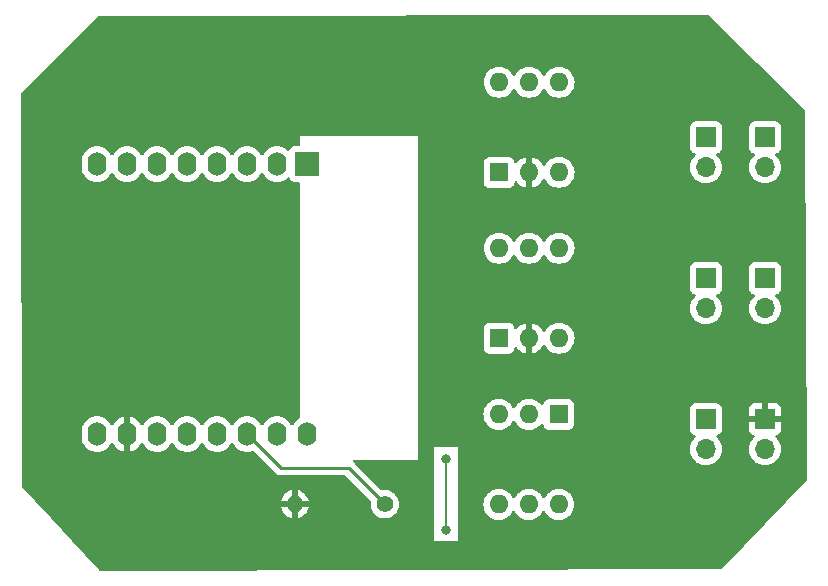
<source format=gbr>
%TF.GenerationSoftware,KiCad,Pcbnew,(7.0.0)*%
%TF.CreationDate,2023-03-09T18:45:04+01:00*%
%TF.ProjectId,turn-on-pc-esp8266,7475726e-2d6f-46e2-9d70-632d65737038,rev?*%
%TF.SameCoordinates,Original*%
%TF.FileFunction,Copper,L2,Bot*%
%TF.FilePolarity,Positive*%
%FSLAX46Y46*%
G04 Gerber Fmt 4.6, Leading zero omitted, Abs format (unit mm)*
G04 Created by KiCad (PCBNEW (7.0.0)) date 2023-03-09 18:45:04*
%MOMM*%
%LPD*%
G01*
G04 APERTURE LIST*
%TA.AperFunction,ComponentPad*%
%ADD10C,1.400000*%
%TD*%
%TA.AperFunction,ComponentPad*%
%ADD11O,1.400000X1.400000*%
%TD*%
%TA.AperFunction,ComponentPad*%
%ADD12R,1.700000X1.700000*%
%TD*%
%TA.AperFunction,ComponentPad*%
%ADD13O,1.700000X1.700000*%
%TD*%
%TA.AperFunction,ComponentPad*%
%ADD14R,1.600000X1.600000*%
%TD*%
%TA.AperFunction,ComponentPad*%
%ADD15O,1.600000X1.600000*%
%TD*%
%TA.AperFunction,ComponentPad*%
%ADD16R,2.000000X2.000000*%
%TD*%
%TA.AperFunction,ComponentPad*%
%ADD17O,1.600000X2.000000*%
%TD*%
%TA.AperFunction,ViaPad*%
%ADD18C,0.800000*%
%TD*%
%TA.AperFunction,Conductor*%
%ADD19C,0.200000*%
%TD*%
%TA.AperFunction,Conductor*%
%ADD20C,0.250000*%
%TD*%
G04 APERTURE END LIST*
D10*
%TO.P,R1,1*%
%TO.N,LED_IN*%
X132810000Y-102850000D03*
D11*
%TO.P,R1,2*%
%TO.N,CASE_LED-*%
X125189999Y-102849999D03*
%TD*%
D12*
%TO.P,J5,1,Pin_1*%
%TO.N,MOTHERBOARD_LED-*%
X159999999Y-95659999D03*
D13*
%TO.P,J5,2,Pin_2*%
%TO.N,MOTHERBOARD_LED+*%
X159999999Y-98199999D03*
%TD*%
D14*
%TO.P,PWR,1*%
%TO.N,POWER_PIN*%
X142489999Y-74749999D03*
D15*
%TO.P,PWR,2*%
%TO.N,CASE_LED-*%
X145029999Y-74749999D03*
%TO.P,PWR,3,NC*%
%TO.N,unconnected-(U3-NC-Pad3)*%
X147569999Y-74749999D03*
%TO.P,PWR,4*%
%TO.N,MOTHERBOARD_PWR_PIN_2*%
X147569999Y-67129999D03*
%TO.P,PWR,5*%
%TO.N,MOTHERBOARD_PWR_PIN_1*%
X145029999Y-67129999D03*
%TO.P,PWR,6*%
%TO.N,unconnected-(U3-Pad6)*%
X142489999Y-67129999D03*
%TD*%
D12*
%TO.P,J2,1,Pin_1*%
%TO.N,MOTHERBOARD_PWR_PIN_1*%
X164999999Y-71799999D03*
D13*
%TO.P,J2,2,Pin_2*%
%TO.N,MOTHERBOARD_PWR_PIN_2*%
X164999999Y-74339999D03*
%TD*%
D12*
%TO.P,J4,1,Pin_1*%
%TO.N,MOTHERBOARD_RESET_PIN_1*%
X164999999Y-83729999D03*
D13*
%TO.P,J4,2,Pin_2*%
%TO.N,MOTHERBOARD_RESET_PIN_2*%
X164999999Y-86269999D03*
%TD*%
D14*
%TO.P,LED,1*%
%TO.N,MOTHERBOARD_LED+*%
X147539999Y-95249999D03*
D15*
%TO.P,LED,2*%
%TO.N,MOTHERBOARD_LED-*%
X144999999Y-95249999D03*
%TO.P,LED,3,NC*%
%TO.N,unconnected-(U4-NC-Pad3)*%
X142459999Y-95249999D03*
%TO.P,LED,4*%
%TO.N,LED_IN*%
X142459999Y-102869999D03*
%TO.P,LED,5*%
%TO.N,LED_HIGH*%
X144999999Y-102869999D03*
%TO.P,LED,6*%
%TO.N,unconnected-(U4-Pad6)*%
X147539999Y-102869999D03*
%TD*%
D12*
%TO.P,J3,1,Pin_1*%
%TO.N,MOTHERBOARD_RESET_PIN_1*%
X159999999Y-83729999D03*
D13*
%TO.P,J3,2,Pin_2*%
%TO.N,MOTHERBOARD_RESET_PIN_2*%
X159999999Y-86269999D03*
%TD*%
D12*
%TO.P,J1,1,Pin_1*%
%TO.N,MOTHERBOARD_PWR_PIN_1*%
X159999999Y-71799999D03*
D13*
%TO.P,J1,2,Pin_2*%
%TO.N,MOTHERBOARD_PWR_PIN_2*%
X159999999Y-74339999D03*
%TD*%
D12*
%TO.P,J6,1,Pin_1*%
%TO.N,CASE_LED-*%
X164999999Y-95659999D03*
D13*
%TO.P,J6,2,Pin_2*%
%TO.N,CASE_LED+*%
X164999999Y-98199999D03*
%TD*%
D16*
%TO.P,U1,1,~{RST}*%
%TO.N,unconnected-(U1-~{RST}-Pad1)*%
X126222494Y-74054999D03*
D17*
%TO.P,U1,2,A0*%
%TO.N,unconnected-(U1-A0-Pad2)*%
X123682494Y-74054999D03*
%TO.P,U1,3,D0*%
%TO.N,unconnected-(U1-D0-Pad3)*%
X121142494Y-74054999D03*
%TO.P,U1,4,SCK/D5*%
%TO.N,RESET_PIN*%
X118602494Y-74054999D03*
%TO.P,U1,5,MISO/D6*%
%TO.N,unconnected-(U1-MISO{slash}D6-Pad5)*%
X116062494Y-74054999D03*
%TO.P,U1,6,MOSI/D7*%
%TO.N,POWER_PIN*%
X113522494Y-74054999D03*
%TO.P,U1,7,CS/D8*%
%TO.N,unconnected-(U1-CS{slash}D8-Pad7)*%
X110982494Y-74054999D03*
%TO.P,U1,8,3V3*%
%TO.N,LED_HIGH*%
X108442494Y-74054999D03*
%TO.P,U1,9,5V*%
%TO.N,unconnected-(U1-5V-Pad9)*%
X108442494Y-96914999D03*
%TO.P,U1,10,GND*%
%TO.N,CASE_LED-*%
X110982494Y-96914999D03*
%TO.P,U1,11,D4*%
%TO.N,unconnected-(U1-D4-Pad11)*%
X113522494Y-96914999D03*
%TO.P,U1,12,D3*%
%TO.N,unconnected-(U1-D3-Pad12)*%
X116062494Y-96914999D03*
%TO.P,U1,13,SDA/D2*%
%TO.N,CASE_LED+*%
X118602494Y-96914999D03*
%TO.P,U1,14,SCL/D1*%
%TO.N,LED_IN*%
X121142494Y-96914999D03*
%TO.P,U1,15,RX*%
%TO.N,unconnected-(U1-RX-Pad15)*%
X123682494Y-96914999D03*
%TO.P,U1,16,TX*%
%TO.N,unconnected-(U1-TX-Pad16)*%
X126222494Y-96914999D03*
%TD*%
D14*
%TO.P,RST,1*%
%TO.N,RESET_PIN*%
X142489999Y-88799999D03*
D15*
%TO.P,RST,2*%
%TO.N,CASE_LED-*%
X145029999Y-88799999D03*
%TO.P,RST,3,NC*%
%TO.N,unconnected-(U2-NC-Pad3)*%
X147569999Y-88799999D03*
%TO.P,RST,4*%
%TO.N,MOTHERBOARD_RESET_PIN_2*%
X147569999Y-81179999D03*
%TO.P,RST,5*%
%TO.N,MOTHERBOARD_RESET_PIN_1*%
X145029999Y-81179999D03*
%TO.P,RST,6*%
%TO.N,unconnected-(U2-Pad6)*%
X142489999Y-81179999D03*
%TD*%
D18*
%TO.N,CASE_LED-*%
X138000000Y-105000000D03*
X138000000Y-99000000D03*
%TD*%
D19*
%TO.N,CASE_LED-*%
X138000000Y-99000000D02*
X138000000Y-105000000D01*
D20*
%TO.N,LED_IN*%
X129760000Y-99800000D02*
X132810000Y-102850000D01*
X121142495Y-96915000D02*
X124027495Y-99800000D01*
X124027495Y-99800000D02*
X129760000Y-99800000D01*
D19*
%TO.N,CASE_LED-*%
X142530000Y-91300000D02*
X142450000Y-91300000D01*
X165000000Y-95660000D02*
X165000000Y-95650000D01*
X142580000Y-91250000D02*
X142530000Y-91300000D01*
%TD*%
%TA.AperFunction,Conductor*%
%TO.N,CASE_LED-*%
G36*
X160246225Y-61459245D02*
G01*
X160286222Y-61485552D01*
X168313189Y-69363871D01*
X168340516Y-69404017D01*
X168350328Y-69451578D01*
X168549680Y-100749906D01*
X168540949Y-100796410D01*
X168515433Y-100836258D01*
X161436452Y-108261763D01*
X161395736Y-108290094D01*
X161347172Y-108300200D01*
X108704592Y-108499793D01*
X108654588Y-108489471D01*
X108612982Y-108459874D01*
X106328600Y-105983674D01*
X103670690Y-103102580D01*
X124016920Y-103102580D01*
X124017440Y-103113835D01*
X124064672Y-103279840D01*
X124068792Y-103290474D01*
X124162813Y-103479295D01*
X124168820Y-103488997D01*
X124295932Y-103657320D01*
X124303630Y-103665764D01*
X124459505Y-103807862D01*
X124468609Y-103814738D01*
X124647950Y-103925781D01*
X124658163Y-103930867D01*
X124854855Y-104007066D01*
X124865831Y-104010188D01*
X124926570Y-104021542D01*
X124937598Y-104021160D01*
X124940000Y-104010393D01*
X125440000Y-104010393D01*
X125442401Y-104021160D01*
X125453429Y-104021542D01*
X125514168Y-104010188D01*
X125525144Y-104007066D01*
X125721836Y-103930867D01*
X125732049Y-103925781D01*
X125911390Y-103814738D01*
X125920494Y-103807862D01*
X126076369Y-103665764D01*
X126084067Y-103657320D01*
X126211179Y-103488997D01*
X126217186Y-103479295D01*
X126311207Y-103290474D01*
X126315327Y-103279840D01*
X126362559Y-103113835D01*
X126363079Y-103102580D01*
X126352110Y-103100000D01*
X125456326Y-103100000D01*
X125443450Y-103103450D01*
X125440000Y-103116326D01*
X125440000Y-104010393D01*
X124940000Y-104010393D01*
X124940000Y-103116326D01*
X124936549Y-103103450D01*
X124923674Y-103100000D01*
X124027890Y-103100000D01*
X124016920Y-103102580D01*
X103670690Y-103102580D01*
X103204661Y-102597419D01*
X124016920Y-102597419D01*
X124027890Y-102600000D01*
X124923674Y-102600000D01*
X124936549Y-102596549D01*
X124940000Y-102583674D01*
X125440000Y-102583674D01*
X125443450Y-102596549D01*
X125456326Y-102600000D01*
X126352110Y-102600000D01*
X126363079Y-102597419D01*
X126362559Y-102586164D01*
X126315327Y-102420159D01*
X126311207Y-102409525D01*
X126217186Y-102220704D01*
X126211179Y-102211002D01*
X126084067Y-102042679D01*
X126076369Y-102034235D01*
X125920494Y-101892137D01*
X125911390Y-101885261D01*
X125732049Y-101774218D01*
X125721836Y-101769132D01*
X125525144Y-101692933D01*
X125514168Y-101689811D01*
X125453429Y-101678457D01*
X125442401Y-101678839D01*
X125440000Y-101689607D01*
X125440000Y-102583674D01*
X124940000Y-102583674D01*
X124940000Y-101689607D01*
X124937598Y-101678839D01*
X124926570Y-101678457D01*
X124865831Y-101689811D01*
X124854855Y-101692933D01*
X124658163Y-101769132D01*
X124647950Y-101774218D01*
X124468609Y-101885261D01*
X124459505Y-101892137D01*
X124303630Y-102034235D01*
X124295932Y-102042679D01*
X124168820Y-102211002D01*
X124162813Y-102220704D01*
X124068792Y-102409525D01*
X124064672Y-102420159D01*
X124017440Y-102586164D01*
X124016920Y-102597419D01*
X103204661Y-102597419D01*
X102132713Y-101435460D01*
X102108429Y-101396691D01*
X102099855Y-101351753D01*
X102087321Y-97171784D01*
X107141995Y-97171784D01*
X107142230Y-97174479D01*
X107142231Y-97174484D01*
X107156102Y-97333034D01*
X107156860Y-97341692D01*
X107158257Y-97346907D01*
X107158259Y-97346916D01*
X107214353Y-97556263D01*
X107214356Y-97556271D01*
X107215756Y-97561496D01*
X107311927Y-97767734D01*
X107442448Y-97954139D01*
X107603356Y-98115047D01*
X107789761Y-98245568D01*
X107995999Y-98341739D01*
X108001229Y-98343140D01*
X108001231Y-98343141D01*
X108176780Y-98390179D01*
X108215803Y-98400635D01*
X108442495Y-98420468D01*
X108669187Y-98400635D01*
X108888991Y-98341739D01*
X109095229Y-98245568D01*
X109281634Y-98115047D01*
X109442542Y-97954139D01*
X109573063Y-97767734D01*
X109600389Y-97709131D01*
X109646144Y-97656959D01*
X109712769Y-97637539D01*
X109779394Y-97656958D01*
X109825152Y-97709134D01*
X109850074Y-97762579D01*
X109855462Y-97771912D01*
X109979727Y-97949381D01*
X109986664Y-97957647D01*
X110139847Y-98110830D01*
X110148113Y-98117767D01*
X110325582Y-98242032D01*
X110334914Y-98247420D01*
X110531260Y-98338977D01*
X110541402Y-98342669D01*
X110718714Y-98390179D01*
X110729943Y-98390547D01*
X110732495Y-98379605D01*
X110732495Y-95450395D01*
X110729943Y-95439452D01*
X110718714Y-95439820D01*
X110541402Y-95487330D01*
X110531260Y-95491022D01*
X110334914Y-95582579D01*
X110325582Y-95587967D01*
X110148113Y-95712232D01*
X110139847Y-95719169D01*
X109986664Y-95872352D01*
X109979727Y-95880618D01*
X109855462Y-96058087D01*
X109850076Y-96067416D01*
X109825152Y-96120866D01*
X109779394Y-96173041D01*
X109712769Y-96192460D01*
X109646144Y-96173040D01*
X109600388Y-96120864D01*
X109575355Y-96067180D01*
X109575351Y-96067173D01*
X109573063Y-96062266D01*
X109442542Y-95875861D01*
X109281634Y-95714953D01*
X109095229Y-95584432D01*
X108888991Y-95488261D01*
X108883766Y-95486861D01*
X108883758Y-95486858D01*
X108674411Y-95430764D01*
X108674402Y-95430762D01*
X108669187Y-95429365D01*
X108663799Y-95428893D01*
X108663796Y-95428893D01*
X108447890Y-95410004D01*
X108442495Y-95409532D01*
X108437100Y-95410004D01*
X108221193Y-95428893D01*
X108221188Y-95428893D01*
X108215803Y-95429365D01*
X108210589Y-95430762D01*
X108210578Y-95430764D01*
X108001231Y-95486858D01*
X108001219Y-95486862D01*
X107995999Y-95488261D01*
X107991094Y-95490547D01*
X107991089Y-95490550D01*
X107794671Y-95582142D01*
X107794667Y-95582144D01*
X107789761Y-95584432D01*
X107785328Y-95587535D01*
X107785321Y-95587540D01*
X107607791Y-95711847D01*
X107607786Y-95711850D01*
X107603356Y-95714953D01*
X107599532Y-95718776D01*
X107599526Y-95718782D01*
X107446277Y-95872031D01*
X107446271Y-95872037D01*
X107442448Y-95875861D01*
X107439345Y-95880291D01*
X107439342Y-95880296D01*
X107315035Y-96057826D01*
X107315030Y-96057833D01*
X107311927Y-96062266D01*
X107309639Y-96067172D01*
X107309637Y-96067176D01*
X107218045Y-96263594D01*
X107218042Y-96263599D01*
X107215756Y-96268504D01*
X107214357Y-96273724D01*
X107214353Y-96273736D01*
X107158259Y-96483083D01*
X107158257Y-96483094D01*
X107156860Y-96488308D01*
X107156388Y-96493693D01*
X107156388Y-96493698D01*
X107142231Y-96655515D01*
X107141995Y-96658216D01*
X107141995Y-97171784D01*
X102087321Y-97171784D01*
X102018775Y-74311784D01*
X107141995Y-74311784D01*
X107142230Y-74314479D01*
X107142231Y-74314484D01*
X107144935Y-74345395D01*
X107156860Y-74481692D01*
X107158257Y-74486907D01*
X107158259Y-74486916D01*
X107214353Y-74696263D01*
X107214356Y-74696271D01*
X107215756Y-74701496D01*
X107311927Y-74907734D01*
X107442448Y-75094139D01*
X107603356Y-75255047D01*
X107789761Y-75385568D01*
X107995999Y-75481739D01*
X108001229Y-75483140D01*
X108001231Y-75483141D01*
X108104867Y-75510910D01*
X108215803Y-75540635D01*
X108442495Y-75560468D01*
X108669187Y-75540635D01*
X108888991Y-75481739D01*
X109095229Y-75385568D01*
X109281634Y-75255047D01*
X109442542Y-75094139D01*
X109573063Y-74907734D01*
X109600113Y-74849724D01*
X109645870Y-74797549D01*
X109712495Y-74778130D01*
X109779120Y-74797549D01*
X109824876Y-74849724D01*
X109851927Y-74907734D01*
X109982448Y-75094139D01*
X110143356Y-75255047D01*
X110329761Y-75385568D01*
X110535999Y-75481739D01*
X110541229Y-75483140D01*
X110541231Y-75483141D01*
X110644867Y-75510910D01*
X110755803Y-75540635D01*
X110982495Y-75560468D01*
X111209187Y-75540635D01*
X111428991Y-75481739D01*
X111635229Y-75385568D01*
X111821634Y-75255047D01*
X111982542Y-75094139D01*
X112113063Y-74907734D01*
X112140113Y-74849724D01*
X112185870Y-74797549D01*
X112252495Y-74778130D01*
X112319120Y-74797549D01*
X112364876Y-74849724D01*
X112391927Y-74907734D01*
X112522448Y-75094139D01*
X112683356Y-75255047D01*
X112869761Y-75385568D01*
X113075999Y-75481739D01*
X113081229Y-75483140D01*
X113081231Y-75483141D01*
X113184867Y-75510910D01*
X113295803Y-75540635D01*
X113522495Y-75560468D01*
X113749187Y-75540635D01*
X113968991Y-75481739D01*
X114175229Y-75385568D01*
X114361634Y-75255047D01*
X114522542Y-75094139D01*
X114653063Y-74907734D01*
X114680113Y-74849724D01*
X114725870Y-74797549D01*
X114792495Y-74778130D01*
X114859120Y-74797549D01*
X114904876Y-74849724D01*
X114931927Y-74907734D01*
X115062448Y-75094139D01*
X115223356Y-75255047D01*
X115409761Y-75385568D01*
X115615999Y-75481739D01*
X115621229Y-75483140D01*
X115621231Y-75483141D01*
X115724867Y-75510910D01*
X115835803Y-75540635D01*
X116062495Y-75560468D01*
X116289187Y-75540635D01*
X116508991Y-75481739D01*
X116715229Y-75385568D01*
X116901634Y-75255047D01*
X117062542Y-75094139D01*
X117193063Y-74907734D01*
X117220113Y-74849724D01*
X117265870Y-74797549D01*
X117332495Y-74778130D01*
X117399120Y-74797549D01*
X117444876Y-74849724D01*
X117471927Y-74907734D01*
X117602448Y-75094139D01*
X117763356Y-75255047D01*
X117949761Y-75385568D01*
X118155999Y-75481739D01*
X118161229Y-75483140D01*
X118161231Y-75483141D01*
X118264867Y-75510910D01*
X118375803Y-75540635D01*
X118602495Y-75560468D01*
X118829187Y-75540635D01*
X119048991Y-75481739D01*
X119255229Y-75385568D01*
X119441634Y-75255047D01*
X119602542Y-75094139D01*
X119733063Y-74907734D01*
X119760113Y-74849724D01*
X119805870Y-74797549D01*
X119872495Y-74778130D01*
X119939120Y-74797549D01*
X119984876Y-74849724D01*
X120011927Y-74907734D01*
X120142448Y-75094139D01*
X120303356Y-75255047D01*
X120489761Y-75385568D01*
X120695999Y-75481739D01*
X120701229Y-75483140D01*
X120701231Y-75483141D01*
X120804867Y-75510910D01*
X120915803Y-75540635D01*
X121142495Y-75560468D01*
X121369187Y-75540635D01*
X121588991Y-75481739D01*
X121795229Y-75385568D01*
X121981634Y-75255047D01*
X122142542Y-75094139D01*
X122273063Y-74907734D01*
X122300113Y-74849724D01*
X122345870Y-74797549D01*
X122412495Y-74778130D01*
X122479120Y-74797549D01*
X122524876Y-74849724D01*
X122551927Y-74907734D01*
X122682448Y-75094139D01*
X122843356Y-75255047D01*
X123029761Y-75385568D01*
X123235999Y-75481739D01*
X123241229Y-75483140D01*
X123241231Y-75483141D01*
X123344867Y-75510910D01*
X123455803Y-75540635D01*
X123682495Y-75560468D01*
X123909187Y-75540635D01*
X124128991Y-75481739D01*
X124335229Y-75385568D01*
X124521634Y-75255047D01*
X124560945Y-75215735D01*
X124613689Y-75184440D01*
X124674983Y-75182251D01*
X124729828Y-75209704D01*
X124764807Y-75260085D01*
X124778699Y-75297331D01*
X124864949Y-75412546D01*
X124980164Y-75498796D01*
X125115012Y-75549091D01*
X125174622Y-75555500D01*
X125476000Y-75555500D01*
X125538000Y-75572113D01*
X125583387Y-75617500D01*
X125600000Y-75679500D01*
X125600000Y-95498708D01*
X125585989Y-95555965D01*
X125547123Y-95600283D01*
X125387791Y-95711847D01*
X125387786Y-95711850D01*
X125383356Y-95714953D01*
X125379532Y-95718776D01*
X125379526Y-95718782D01*
X125226277Y-95872031D01*
X125226271Y-95872037D01*
X125222448Y-95875861D01*
X125219345Y-95880291D01*
X125219342Y-95880296D01*
X125095035Y-96057826D01*
X125095030Y-96057833D01*
X125091927Y-96062266D01*
X125089643Y-96067163D01*
X125089636Y-96067176D01*
X125064877Y-96120274D01*
X125019120Y-96172450D01*
X124952495Y-96191869D01*
X124885870Y-96172450D01*
X124840113Y-96120274D01*
X124815353Y-96067176D01*
X124815350Y-96067172D01*
X124813063Y-96062266D01*
X124682542Y-95875861D01*
X124521634Y-95714953D01*
X124335229Y-95584432D01*
X124128991Y-95488261D01*
X124123766Y-95486861D01*
X124123758Y-95486858D01*
X123914411Y-95430764D01*
X123914402Y-95430762D01*
X123909187Y-95429365D01*
X123903799Y-95428893D01*
X123903796Y-95428893D01*
X123687890Y-95410004D01*
X123682495Y-95409532D01*
X123677100Y-95410004D01*
X123461193Y-95428893D01*
X123461188Y-95428893D01*
X123455803Y-95429365D01*
X123450589Y-95430762D01*
X123450578Y-95430764D01*
X123241231Y-95486858D01*
X123241219Y-95486862D01*
X123235999Y-95488261D01*
X123231094Y-95490547D01*
X123231089Y-95490550D01*
X123034671Y-95582142D01*
X123034667Y-95582144D01*
X123029761Y-95584432D01*
X123025328Y-95587535D01*
X123025321Y-95587540D01*
X122847791Y-95711847D01*
X122847786Y-95711850D01*
X122843356Y-95714953D01*
X122839532Y-95718776D01*
X122839526Y-95718782D01*
X122686277Y-95872031D01*
X122686271Y-95872037D01*
X122682448Y-95875861D01*
X122679345Y-95880291D01*
X122679342Y-95880296D01*
X122555035Y-96057826D01*
X122555030Y-96057833D01*
X122551927Y-96062266D01*
X122549643Y-96067163D01*
X122549636Y-96067176D01*
X122524877Y-96120274D01*
X122479120Y-96172450D01*
X122412495Y-96191869D01*
X122345870Y-96172450D01*
X122300113Y-96120274D01*
X122275353Y-96067176D01*
X122275350Y-96067172D01*
X122273063Y-96062266D01*
X122142542Y-95875861D01*
X121981634Y-95714953D01*
X121795229Y-95584432D01*
X121588991Y-95488261D01*
X121583766Y-95486861D01*
X121583758Y-95486858D01*
X121374411Y-95430764D01*
X121374402Y-95430762D01*
X121369187Y-95429365D01*
X121363799Y-95428893D01*
X121363796Y-95428893D01*
X121147890Y-95410004D01*
X121142495Y-95409532D01*
X121137100Y-95410004D01*
X120921193Y-95428893D01*
X120921188Y-95428893D01*
X120915803Y-95429365D01*
X120910589Y-95430762D01*
X120910578Y-95430764D01*
X120701231Y-95486858D01*
X120701219Y-95486862D01*
X120695999Y-95488261D01*
X120691094Y-95490547D01*
X120691089Y-95490550D01*
X120494671Y-95582142D01*
X120494667Y-95582144D01*
X120489761Y-95584432D01*
X120485328Y-95587535D01*
X120485321Y-95587540D01*
X120307791Y-95711847D01*
X120307786Y-95711850D01*
X120303356Y-95714953D01*
X120299532Y-95718776D01*
X120299526Y-95718782D01*
X120146277Y-95872031D01*
X120146271Y-95872037D01*
X120142448Y-95875861D01*
X120139345Y-95880291D01*
X120139342Y-95880296D01*
X120015035Y-96057826D01*
X120015030Y-96057833D01*
X120011927Y-96062266D01*
X120009643Y-96067163D01*
X120009636Y-96067176D01*
X119984877Y-96120274D01*
X119939120Y-96172450D01*
X119872495Y-96191869D01*
X119805870Y-96172450D01*
X119760113Y-96120274D01*
X119735353Y-96067176D01*
X119735350Y-96067172D01*
X119733063Y-96062266D01*
X119602542Y-95875861D01*
X119441634Y-95714953D01*
X119255229Y-95584432D01*
X119048991Y-95488261D01*
X119043766Y-95486861D01*
X119043758Y-95486858D01*
X118834411Y-95430764D01*
X118834402Y-95430762D01*
X118829187Y-95429365D01*
X118823799Y-95428893D01*
X118823796Y-95428893D01*
X118607890Y-95410004D01*
X118602495Y-95409532D01*
X118597100Y-95410004D01*
X118381193Y-95428893D01*
X118381188Y-95428893D01*
X118375803Y-95429365D01*
X118370589Y-95430762D01*
X118370578Y-95430764D01*
X118161231Y-95486858D01*
X118161219Y-95486862D01*
X118155999Y-95488261D01*
X118151094Y-95490547D01*
X118151089Y-95490550D01*
X117954671Y-95582142D01*
X117954667Y-95582144D01*
X117949761Y-95584432D01*
X117945328Y-95587535D01*
X117945321Y-95587540D01*
X117767791Y-95711847D01*
X117767786Y-95711850D01*
X117763356Y-95714953D01*
X117759532Y-95718776D01*
X117759526Y-95718782D01*
X117606277Y-95872031D01*
X117606271Y-95872037D01*
X117602448Y-95875861D01*
X117599345Y-95880291D01*
X117599342Y-95880296D01*
X117475035Y-96057826D01*
X117475030Y-96057833D01*
X117471927Y-96062266D01*
X117469643Y-96067163D01*
X117469636Y-96067176D01*
X117444877Y-96120274D01*
X117399120Y-96172450D01*
X117332495Y-96191869D01*
X117265870Y-96172450D01*
X117220113Y-96120274D01*
X117195353Y-96067176D01*
X117195350Y-96067172D01*
X117193063Y-96062266D01*
X117062542Y-95875861D01*
X116901634Y-95714953D01*
X116715229Y-95584432D01*
X116508991Y-95488261D01*
X116503766Y-95486861D01*
X116503758Y-95486858D01*
X116294411Y-95430764D01*
X116294402Y-95430762D01*
X116289187Y-95429365D01*
X116283799Y-95428893D01*
X116283796Y-95428893D01*
X116067890Y-95410004D01*
X116062495Y-95409532D01*
X116057100Y-95410004D01*
X115841193Y-95428893D01*
X115841188Y-95428893D01*
X115835803Y-95429365D01*
X115830589Y-95430762D01*
X115830578Y-95430764D01*
X115621231Y-95486858D01*
X115621219Y-95486862D01*
X115615999Y-95488261D01*
X115611094Y-95490547D01*
X115611089Y-95490550D01*
X115414671Y-95582142D01*
X115414667Y-95582144D01*
X115409761Y-95584432D01*
X115405328Y-95587535D01*
X115405321Y-95587540D01*
X115227791Y-95711847D01*
X115227786Y-95711850D01*
X115223356Y-95714953D01*
X115219532Y-95718776D01*
X115219526Y-95718782D01*
X115066277Y-95872031D01*
X115066271Y-95872037D01*
X115062448Y-95875861D01*
X115059345Y-95880291D01*
X115059342Y-95880296D01*
X114935035Y-96057826D01*
X114935030Y-96057833D01*
X114931927Y-96062266D01*
X114929643Y-96067163D01*
X114929636Y-96067176D01*
X114904877Y-96120274D01*
X114859120Y-96172450D01*
X114792495Y-96191869D01*
X114725870Y-96172450D01*
X114680113Y-96120274D01*
X114655353Y-96067176D01*
X114655350Y-96067172D01*
X114653063Y-96062266D01*
X114522542Y-95875861D01*
X114361634Y-95714953D01*
X114175229Y-95584432D01*
X113968991Y-95488261D01*
X113963766Y-95486861D01*
X113963758Y-95486858D01*
X113754411Y-95430764D01*
X113754402Y-95430762D01*
X113749187Y-95429365D01*
X113743799Y-95428893D01*
X113743796Y-95428893D01*
X113527890Y-95410004D01*
X113522495Y-95409532D01*
X113517100Y-95410004D01*
X113301193Y-95428893D01*
X113301188Y-95428893D01*
X113295803Y-95429365D01*
X113290589Y-95430762D01*
X113290578Y-95430764D01*
X113081231Y-95486858D01*
X113081219Y-95486862D01*
X113075999Y-95488261D01*
X113071094Y-95490547D01*
X113071089Y-95490550D01*
X112874671Y-95582142D01*
X112874667Y-95582144D01*
X112869761Y-95584432D01*
X112865328Y-95587535D01*
X112865321Y-95587540D01*
X112687791Y-95711847D01*
X112687786Y-95711850D01*
X112683356Y-95714953D01*
X112679532Y-95718776D01*
X112679526Y-95718782D01*
X112526277Y-95872031D01*
X112526271Y-95872037D01*
X112522448Y-95875861D01*
X112519345Y-95880291D01*
X112519342Y-95880296D01*
X112395035Y-96057826D01*
X112395030Y-96057833D01*
X112391927Y-96062266D01*
X112389522Y-96067423D01*
X112364601Y-96120866D01*
X112318843Y-96173041D01*
X112252218Y-96192460D01*
X112185593Y-96173040D01*
X112139837Y-96120864D01*
X112114917Y-96067423D01*
X112109527Y-96058087D01*
X111985262Y-95880618D01*
X111978325Y-95872352D01*
X111825142Y-95719169D01*
X111816876Y-95712232D01*
X111639407Y-95587967D01*
X111630075Y-95582579D01*
X111433729Y-95491022D01*
X111423587Y-95487330D01*
X111246275Y-95439820D01*
X111235046Y-95439452D01*
X111232495Y-95450395D01*
X111232495Y-98379605D01*
X111235046Y-98390547D01*
X111246275Y-98390179D01*
X111423587Y-98342669D01*
X111433729Y-98338977D01*
X111630075Y-98247420D01*
X111639407Y-98242032D01*
X111816876Y-98117767D01*
X111825142Y-98110830D01*
X111978325Y-97957647D01*
X111985262Y-97949381D01*
X112109527Y-97771912D01*
X112114912Y-97762585D01*
X112139836Y-97709135D01*
X112185593Y-97656959D01*
X112252218Y-97637539D01*
X112318844Y-97656958D01*
X112364601Y-97709134D01*
X112389636Y-97762823D01*
X112389639Y-97762828D01*
X112391927Y-97767734D01*
X112522448Y-97954139D01*
X112683356Y-98115047D01*
X112869761Y-98245568D01*
X113075999Y-98341739D01*
X113081229Y-98343140D01*
X113081231Y-98343141D01*
X113256780Y-98390179D01*
X113295803Y-98400635D01*
X113522495Y-98420468D01*
X113749187Y-98400635D01*
X113968991Y-98341739D01*
X114175229Y-98245568D01*
X114361634Y-98115047D01*
X114522542Y-97954139D01*
X114653063Y-97767734D01*
X114680113Y-97709724D01*
X114725870Y-97657549D01*
X114792495Y-97638130D01*
X114859120Y-97657549D01*
X114904876Y-97709724D01*
X114931927Y-97767734D01*
X115062448Y-97954139D01*
X115223356Y-98115047D01*
X115409761Y-98245568D01*
X115615999Y-98341739D01*
X115621229Y-98343140D01*
X115621231Y-98343141D01*
X115796780Y-98390179D01*
X115835803Y-98400635D01*
X116062495Y-98420468D01*
X116289187Y-98400635D01*
X116508991Y-98341739D01*
X116715229Y-98245568D01*
X116901634Y-98115047D01*
X117062542Y-97954139D01*
X117193063Y-97767734D01*
X117220113Y-97709724D01*
X117265870Y-97657549D01*
X117332495Y-97638130D01*
X117399120Y-97657549D01*
X117444876Y-97709724D01*
X117471927Y-97767734D01*
X117602448Y-97954139D01*
X117763356Y-98115047D01*
X117949761Y-98245568D01*
X118155999Y-98341739D01*
X118161229Y-98343140D01*
X118161231Y-98343141D01*
X118336780Y-98390179D01*
X118375803Y-98400635D01*
X118602495Y-98420468D01*
X118829187Y-98400635D01*
X119048991Y-98341739D01*
X119255229Y-98245568D01*
X119441634Y-98115047D01*
X119602542Y-97954139D01*
X119733063Y-97767734D01*
X119760113Y-97709724D01*
X119805870Y-97657549D01*
X119872495Y-97638130D01*
X119939120Y-97657549D01*
X119984876Y-97709724D01*
X120011927Y-97767734D01*
X120142448Y-97954139D01*
X120303356Y-98115047D01*
X120489761Y-98245568D01*
X120695999Y-98341739D01*
X120701229Y-98343140D01*
X120701231Y-98343141D01*
X120876780Y-98390179D01*
X120915803Y-98400635D01*
X121142495Y-98420468D01*
X121369187Y-98400635D01*
X121588991Y-98341739D01*
X121589210Y-98342559D01*
X121653762Y-98338324D01*
X121714609Y-98371704D01*
X122632842Y-99289938D01*
X123530202Y-100187298D01*
X123537654Y-100195487D01*
X123541709Y-100201877D01*
X123590718Y-100247900D01*
X123593515Y-100250611D01*
X123613024Y-100270120D01*
X123616204Y-100272587D01*
X123625066Y-100280155D01*
X123638515Y-100292785D01*
X123651227Y-100304723D01*
X123651229Y-100304724D01*
X123656913Y-100310062D01*
X123663746Y-100313818D01*
X123663747Y-100313819D01*
X123674468Y-100319713D01*
X123690729Y-100330394D01*
X123706559Y-100342673D01*
X123746650Y-100360021D01*
X123757130Y-100365155D01*
X123795403Y-100386197D01*
X123814811Y-100391180D01*
X123833214Y-100397481D01*
X123844439Y-100402339D01*
X123844441Y-100402339D01*
X123851599Y-100405437D01*
X123894753Y-100412271D01*
X123906139Y-100414629D01*
X123948476Y-100425500D01*
X123968512Y-100425500D01*
X123987910Y-100427027D01*
X123999981Y-100428939D01*
X123999982Y-100428939D01*
X124007691Y-100430160D01*
X124045771Y-100426560D01*
X124051171Y-100426050D01*
X124062840Y-100425500D01*
X129449548Y-100425500D01*
X129497001Y-100434939D01*
X129537229Y-100461819D01*
X131591560Y-102516150D01*
X131622328Y-102567147D01*
X131625708Y-102625568D01*
X131624885Y-102628464D01*
X131624357Y-102634157D01*
X131624356Y-102634165D01*
X131604886Y-102844291D01*
X131604357Y-102850000D01*
X131624885Y-103071536D01*
X131626454Y-103077050D01*
X131684201Y-103280013D01*
X131684204Y-103280021D01*
X131685771Y-103285528D01*
X131688323Y-103290653D01*
X131688325Y-103290658D01*
X131782387Y-103479559D01*
X131782389Y-103479563D01*
X131784942Y-103484689D01*
X131788391Y-103489256D01*
X131788394Y-103489261D01*
X131915561Y-103657658D01*
X131915566Y-103657663D01*
X131919019Y-103662236D01*
X131923255Y-103666097D01*
X131923259Y-103666102D01*
X132035603Y-103768517D01*
X132083438Y-103812124D01*
X132272599Y-103929247D01*
X132480060Y-104009618D01*
X132698757Y-104050500D01*
X132915514Y-104050500D01*
X132921243Y-104050500D01*
X133139940Y-104009618D01*
X133347401Y-103929247D01*
X133536562Y-103812124D01*
X133700981Y-103662236D01*
X133835058Y-103484689D01*
X133934229Y-103285528D01*
X133995115Y-103071536D01*
X134015643Y-102850000D01*
X133995115Y-102628464D01*
X133943539Y-102447194D01*
X133935798Y-102419986D01*
X133935797Y-102419984D01*
X133934229Y-102414472D01*
X133835058Y-102215311D01*
X133704693Y-102042679D01*
X133704438Y-102042341D01*
X133704434Y-102042337D01*
X133700981Y-102037764D01*
X133696744Y-102033901D01*
X133696740Y-102033897D01*
X133540796Y-101891736D01*
X133540797Y-101891736D01*
X133536562Y-101887876D01*
X133531692Y-101884861D01*
X133531690Y-101884859D01*
X133352275Y-101773771D01*
X133352276Y-101773771D01*
X133347401Y-101770753D01*
X133266552Y-101739432D01*
X133145286Y-101692453D01*
X133145285Y-101692452D01*
X133139940Y-101690382D01*
X133134302Y-101689328D01*
X132926872Y-101650552D01*
X132926869Y-101650551D01*
X132921243Y-101649500D01*
X132698757Y-101649500D01*
X132693132Y-101650551D01*
X132693126Y-101650552D01*
X132590572Y-101669723D01*
X132531107Y-101666285D01*
X132480106Y-101635515D01*
X130257286Y-99412695D01*
X130249842Y-99404514D01*
X130245786Y-99398123D01*
X130196775Y-99352098D01*
X130193978Y-99349387D01*
X130177227Y-99332636D01*
X130174471Y-99329880D01*
X130171290Y-99327412D01*
X130162425Y-99319841D01*
X130156621Y-99314390D01*
X130124576Y-99265271D01*
X130118689Y-99206915D01*
X130140280Y-99152381D01*
X130184518Y-99113871D01*
X130241506Y-99100000D01*
X135583674Y-99100000D01*
X135600000Y-99100000D01*
X135600000Y-98000000D01*
X137000000Y-98000000D01*
X137000000Y-106000000D01*
X138983674Y-106000000D01*
X139000000Y-106000000D01*
X139000000Y-102870000D01*
X141154532Y-102870000D01*
X141155004Y-102875395D01*
X141172646Y-103077050D01*
X141174365Y-103096692D01*
X141175762Y-103101907D01*
X141175764Y-103101916D01*
X141231858Y-103311263D01*
X141231861Y-103311271D01*
X141233261Y-103316496D01*
X141329432Y-103522734D01*
X141459953Y-103709139D01*
X141620861Y-103870047D01*
X141807266Y-104000568D01*
X142013504Y-104096739D01*
X142233308Y-104155635D01*
X142460000Y-104175468D01*
X142686692Y-104155635D01*
X142906496Y-104096739D01*
X143112734Y-104000568D01*
X143299139Y-103870047D01*
X143460047Y-103709139D01*
X143590568Y-103522734D01*
X143617618Y-103464724D01*
X143663375Y-103412549D01*
X143730000Y-103393130D01*
X143796625Y-103412549D01*
X143842381Y-103464724D01*
X143869432Y-103522734D01*
X143999953Y-103709139D01*
X144160861Y-103870047D01*
X144347266Y-104000568D01*
X144553504Y-104096739D01*
X144773308Y-104155635D01*
X145000000Y-104175468D01*
X145226692Y-104155635D01*
X145446496Y-104096739D01*
X145652734Y-104000568D01*
X145839139Y-103870047D01*
X146000047Y-103709139D01*
X146130568Y-103522734D01*
X146157618Y-103464724D01*
X146203375Y-103412549D01*
X146270000Y-103393130D01*
X146336625Y-103412549D01*
X146382381Y-103464724D01*
X146409432Y-103522734D01*
X146539953Y-103709139D01*
X146700861Y-103870047D01*
X146887266Y-104000568D01*
X147093504Y-104096739D01*
X147313308Y-104155635D01*
X147540000Y-104175468D01*
X147766692Y-104155635D01*
X147986496Y-104096739D01*
X148192734Y-104000568D01*
X148379139Y-103870047D01*
X148540047Y-103709139D01*
X148670568Y-103522734D01*
X148766739Y-103316496D01*
X148825635Y-103096692D01*
X148845468Y-102870000D01*
X148825635Y-102643308D01*
X148766739Y-102423504D01*
X148670568Y-102217266D01*
X148540047Y-102030861D01*
X148379139Y-101869953D01*
X148241776Y-101773771D01*
X148197173Y-101742540D01*
X148197171Y-101742539D01*
X148192734Y-101739432D01*
X148035871Y-101666285D01*
X147991405Y-101645550D01*
X147991403Y-101645549D01*
X147986496Y-101643261D01*
X147981271Y-101641861D01*
X147981263Y-101641858D01*
X147771916Y-101585764D01*
X147771907Y-101585762D01*
X147766692Y-101584365D01*
X147761304Y-101583893D01*
X147761301Y-101583893D01*
X147545395Y-101565004D01*
X147540000Y-101564532D01*
X147534605Y-101565004D01*
X147318698Y-101583893D01*
X147318693Y-101583893D01*
X147313308Y-101584365D01*
X147308094Y-101585762D01*
X147308083Y-101585764D01*
X147098736Y-101641858D01*
X147098724Y-101641862D01*
X147093504Y-101643261D01*
X147088599Y-101645547D01*
X147088594Y-101645550D01*
X146892176Y-101737142D01*
X146892172Y-101737144D01*
X146887266Y-101739432D01*
X146882833Y-101742535D01*
X146882826Y-101742540D01*
X146705296Y-101866847D01*
X146705291Y-101866850D01*
X146700861Y-101869953D01*
X146697037Y-101873776D01*
X146697031Y-101873782D01*
X146543782Y-102027031D01*
X146543776Y-102027037D01*
X146539953Y-102030861D01*
X146536850Y-102035291D01*
X146536847Y-102035296D01*
X146412540Y-102212826D01*
X146412535Y-102212833D01*
X146409432Y-102217266D01*
X146407148Y-102222163D01*
X146407141Y-102222176D01*
X146382382Y-102275274D01*
X146336625Y-102327450D01*
X146270000Y-102346869D01*
X146203375Y-102327450D01*
X146157618Y-102275274D01*
X146132858Y-102222176D01*
X146132855Y-102222172D01*
X146130568Y-102217266D01*
X146000047Y-102030861D01*
X145839139Y-101869953D01*
X145701776Y-101773771D01*
X145657173Y-101742540D01*
X145657171Y-101742539D01*
X145652734Y-101739432D01*
X145495871Y-101666285D01*
X145451405Y-101645550D01*
X145451403Y-101645549D01*
X145446496Y-101643261D01*
X145441271Y-101641861D01*
X145441263Y-101641858D01*
X145231916Y-101585764D01*
X145231907Y-101585762D01*
X145226692Y-101584365D01*
X145221304Y-101583893D01*
X145221301Y-101583893D01*
X145005395Y-101565004D01*
X145000000Y-101564532D01*
X144994605Y-101565004D01*
X144778698Y-101583893D01*
X144778693Y-101583893D01*
X144773308Y-101584365D01*
X144768094Y-101585762D01*
X144768083Y-101585764D01*
X144558736Y-101641858D01*
X144558724Y-101641862D01*
X144553504Y-101643261D01*
X144548599Y-101645547D01*
X144548594Y-101645550D01*
X144352176Y-101737142D01*
X144352172Y-101737144D01*
X144347266Y-101739432D01*
X144342833Y-101742535D01*
X144342826Y-101742540D01*
X144165296Y-101866847D01*
X144165291Y-101866850D01*
X144160861Y-101869953D01*
X144157037Y-101873776D01*
X144157031Y-101873782D01*
X144003782Y-102027031D01*
X144003776Y-102027037D01*
X143999953Y-102030861D01*
X143996850Y-102035291D01*
X143996847Y-102035296D01*
X143872540Y-102212826D01*
X143872535Y-102212833D01*
X143869432Y-102217266D01*
X143867148Y-102222163D01*
X143867141Y-102222176D01*
X143842382Y-102275274D01*
X143796625Y-102327450D01*
X143730000Y-102346869D01*
X143663375Y-102327450D01*
X143617618Y-102275274D01*
X143592858Y-102222176D01*
X143592855Y-102222172D01*
X143590568Y-102217266D01*
X143460047Y-102030861D01*
X143299139Y-101869953D01*
X143161776Y-101773771D01*
X143117173Y-101742540D01*
X143117171Y-101742539D01*
X143112734Y-101739432D01*
X142955871Y-101666285D01*
X142911405Y-101645550D01*
X142911403Y-101645549D01*
X142906496Y-101643261D01*
X142901271Y-101641861D01*
X142901263Y-101641858D01*
X142691916Y-101585764D01*
X142691907Y-101585762D01*
X142686692Y-101584365D01*
X142681304Y-101583893D01*
X142681301Y-101583893D01*
X142465395Y-101565004D01*
X142460000Y-101564532D01*
X142454605Y-101565004D01*
X142238698Y-101583893D01*
X142238693Y-101583893D01*
X142233308Y-101584365D01*
X142228094Y-101585762D01*
X142228083Y-101585764D01*
X142018736Y-101641858D01*
X142018724Y-101641862D01*
X142013504Y-101643261D01*
X142008599Y-101645547D01*
X142008594Y-101645550D01*
X141812176Y-101737142D01*
X141812172Y-101737144D01*
X141807266Y-101739432D01*
X141802833Y-101742535D01*
X141802826Y-101742540D01*
X141625296Y-101866847D01*
X141625291Y-101866850D01*
X141620861Y-101869953D01*
X141617037Y-101873776D01*
X141617031Y-101873782D01*
X141463782Y-102027031D01*
X141463776Y-102027037D01*
X141459953Y-102030861D01*
X141456850Y-102035291D01*
X141456847Y-102035296D01*
X141332540Y-102212826D01*
X141332535Y-102212833D01*
X141329432Y-102217266D01*
X141327144Y-102222172D01*
X141327142Y-102222176D01*
X141235550Y-102418594D01*
X141235547Y-102418599D01*
X141233261Y-102423504D01*
X141231862Y-102428724D01*
X141231858Y-102428736D01*
X141175764Y-102638083D01*
X141175762Y-102638094D01*
X141174365Y-102643308D01*
X141154532Y-102870000D01*
X139000000Y-102870000D01*
X139000000Y-98200000D01*
X158644341Y-98200000D01*
X158644813Y-98205395D01*
X158663588Y-98419996D01*
X158664937Y-98435408D01*
X158666336Y-98440630D01*
X158666337Y-98440634D01*
X158724694Y-98658430D01*
X158724697Y-98658438D01*
X158726097Y-98663663D01*
X158728385Y-98668570D01*
X158728386Y-98668572D01*
X158823678Y-98872927D01*
X158823681Y-98872933D01*
X158825965Y-98877830D01*
X158829064Y-98882257D01*
X158829066Y-98882259D01*
X158958399Y-99066966D01*
X158958402Y-99066970D01*
X158961505Y-99071401D01*
X159128599Y-99238495D01*
X159133031Y-99241598D01*
X159133033Y-99241600D01*
X159255697Y-99327490D01*
X159322170Y-99374035D01*
X159536337Y-99473903D01*
X159764592Y-99535063D01*
X160000000Y-99555659D01*
X160235408Y-99535063D01*
X160463663Y-99473903D01*
X160677830Y-99374035D01*
X160871401Y-99238495D01*
X161038495Y-99071401D01*
X161174035Y-98877830D01*
X161273903Y-98663663D01*
X161335063Y-98435408D01*
X161355659Y-98200000D01*
X163644341Y-98200000D01*
X163644813Y-98205395D01*
X163663588Y-98419996D01*
X163664937Y-98435408D01*
X163666336Y-98440630D01*
X163666337Y-98440634D01*
X163724694Y-98658430D01*
X163724697Y-98658438D01*
X163726097Y-98663663D01*
X163728385Y-98668570D01*
X163728386Y-98668572D01*
X163823678Y-98872927D01*
X163823681Y-98872933D01*
X163825965Y-98877830D01*
X163829064Y-98882257D01*
X163829066Y-98882259D01*
X163958399Y-99066966D01*
X163958402Y-99066970D01*
X163961505Y-99071401D01*
X164128599Y-99238495D01*
X164133031Y-99241598D01*
X164133033Y-99241600D01*
X164255697Y-99327490D01*
X164322170Y-99374035D01*
X164536337Y-99473903D01*
X164764592Y-99535063D01*
X165000000Y-99555659D01*
X165235408Y-99535063D01*
X165463663Y-99473903D01*
X165677830Y-99374035D01*
X165871401Y-99238495D01*
X166038495Y-99071401D01*
X166174035Y-98877830D01*
X166273903Y-98663663D01*
X166335063Y-98435408D01*
X166355659Y-98200000D01*
X166335063Y-97964592D01*
X166273903Y-97736337D01*
X166174035Y-97522171D01*
X166038495Y-97328599D01*
X165916180Y-97206284D01*
X165884885Y-97153539D01*
X165882696Y-97092246D01*
X165910149Y-97037401D01*
X165960529Y-97002422D01*
X166083777Y-96956452D01*
X166099189Y-96948037D01*
X166200092Y-96872501D01*
X166212501Y-96860092D01*
X166288037Y-96759189D01*
X166296452Y-96743777D01*
X166340888Y-96624641D01*
X166344426Y-96609667D01*
X166349646Y-96561114D01*
X166350000Y-96554518D01*
X166350000Y-95926326D01*
X166346549Y-95913450D01*
X166333674Y-95910000D01*
X163666326Y-95910000D01*
X163653450Y-95913450D01*
X163650000Y-95926326D01*
X163650000Y-96554518D01*
X163650353Y-96561114D01*
X163655573Y-96609667D01*
X163659111Y-96624641D01*
X163703547Y-96743777D01*
X163711962Y-96759189D01*
X163787498Y-96860092D01*
X163799907Y-96872501D01*
X163900810Y-96948037D01*
X163916220Y-96956451D01*
X164039471Y-97002422D01*
X164089850Y-97037401D01*
X164117303Y-97092246D01*
X164115114Y-97153538D01*
X164083819Y-97206285D01*
X163961505Y-97328599D01*
X163958402Y-97333029D01*
X163958399Y-97333034D01*
X163829073Y-97517731D01*
X163829068Y-97517738D01*
X163825965Y-97522171D01*
X163823677Y-97527077D01*
X163823675Y-97527081D01*
X163728386Y-97731427D01*
X163728383Y-97731432D01*
X163726097Y-97736337D01*
X163724698Y-97741557D01*
X163724694Y-97741569D01*
X163666337Y-97959365D01*
X163666335Y-97959371D01*
X163664937Y-97964592D01*
X163664465Y-97969977D01*
X163664465Y-97969982D01*
X163651502Y-98118152D01*
X163644341Y-98200000D01*
X161355659Y-98200000D01*
X161335063Y-97964592D01*
X161273903Y-97736337D01*
X161174035Y-97522171D01*
X161038495Y-97328599D01*
X160916569Y-97206673D01*
X160885273Y-97153927D01*
X160883084Y-97092634D01*
X160910537Y-97037789D01*
X160960916Y-97002810D01*
X161092331Y-96953796D01*
X161207546Y-96867546D01*
X161293796Y-96752331D01*
X161344091Y-96617483D01*
X161350500Y-96557873D01*
X161350499Y-95393674D01*
X163650000Y-95393674D01*
X163653450Y-95406549D01*
X163666326Y-95410000D01*
X164733674Y-95410000D01*
X164746549Y-95406549D01*
X164750000Y-95393674D01*
X165250000Y-95393674D01*
X165253450Y-95406549D01*
X165266326Y-95410000D01*
X166333674Y-95410000D01*
X166346549Y-95406549D01*
X166350000Y-95393674D01*
X166350000Y-94765482D01*
X166349646Y-94758885D01*
X166344426Y-94710332D01*
X166340888Y-94695358D01*
X166296452Y-94576222D01*
X166288037Y-94560810D01*
X166212501Y-94459907D01*
X166200092Y-94447498D01*
X166099189Y-94371962D01*
X166083777Y-94363547D01*
X165964641Y-94319111D01*
X165949667Y-94315573D01*
X165901114Y-94310353D01*
X165894518Y-94310000D01*
X165266326Y-94310000D01*
X165253450Y-94313450D01*
X165250000Y-94326326D01*
X165250000Y-95393674D01*
X164750000Y-95393674D01*
X164750000Y-94326326D01*
X164746549Y-94313450D01*
X164733674Y-94310000D01*
X164105482Y-94310000D01*
X164098885Y-94310353D01*
X164050332Y-94315573D01*
X164035358Y-94319111D01*
X163916222Y-94363547D01*
X163900810Y-94371962D01*
X163799907Y-94447498D01*
X163787498Y-94459907D01*
X163711962Y-94560810D01*
X163703547Y-94576222D01*
X163659111Y-94695358D01*
X163655573Y-94710332D01*
X163650353Y-94758885D01*
X163650000Y-94765482D01*
X163650000Y-95393674D01*
X161350499Y-95393674D01*
X161350499Y-94762128D01*
X161344091Y-94702517D01*
X161293796Y-94567669D01*
X161207546Y-94452454D01*
X161157909Y-94415296D01*
X161099431Y-94371519D01*
X161099430Y-94371518D01*
X161092331Y-94366204D01*
X161009328Y-94335246D01*
X160964752Y-94318620D01*
X160964750Y-94318619D01*
X160957483Y-94315909D01*
X160949770Y-94315079D01*
X160949767Y-94315079D01*
X160901180Y-94309855D01*
X160901169Y-94309854D01*
X160897873Y-94309500D01*
X160894550Y-94309500D01*
X159105439Y-94309500D01*
X159105420Y-94309500D01*
X159102128Y-94309501D01*
X159098850Y-94309853D01*
X159098838Y-94309854D01*
X159050231Y-94315079D01*
X159050225Y-94315080D01*
X159042517Y-94315909D01*
X159035252Y-94318618D01*
X159035246Y-94318620D01*
X158915980Y-94363104D01*
X158915978Y-94363104D01*
X158907669Y-94366204D01*
X158900572Y-94371516D01*
X158900568Y-94371519D01*
X158799550Y-94447141D01*
X158799546Y-94447144D01*
X158792454Y-94452454D01*
X158787144Y-94459546D01*
X158787141Y-94459550D01*
X158711519Y-94560568D01*
X158711516Y-94560572D01*
X158706204Y-94567669D01*
X158703104Y-94575978D01*
X158703104Y-94575980D01*
X158658620Y-94695247D01*
X158658619Y-94695250D01*
X158655909Y-94702517D01*
X158655079Y-94710227D01*
X158655079Y-94710232D01*
X158649855Y-94758819D01*
X158649854Y-94758831D01*
X158649500Y-94762127D01*
X158649500Y-94765448D01*
X158649500Y-94765449D01*
X158649500Y-96554560D01*
X158649500Y-96554578D01*
X158649501Y-96557872D01*
X158649853Y-96561150D01*
X158649854Y-96561161D01*
X158655079Y-96609768D01*
X158655080Y-96609773D01*
X158655909Y-96617483D01*
X158658619Y-96624749D01*
X158658620Y-96624753D01*
X158692217Y-96714831D01*
X158706204Y-96752331D01*
X158792454Y-96867546D01*
X158907669Y-96953796D01*
X159017405Y-96994725D01*
X159039082Y-97002810D01*
X159089462Y-97037789D01*
X159116915Y-97092633D01*
X159114726Y-97153926D01*
X159083431Y-97206673D01*
X158961505Y-97328599D01*
X158958402Y-97333029D01*
X158958399Y-97333034D01*
X158829073Y-97517731D01*
X158829068Y-97517738D01*
X158825965Y-97522171D01*
X158823677Y-97527077D01*
X158823675Y-97527081D01*
X158728386Y-97731427D01*
X158728383Y-97731432D01*
X158726097Y-97736337D01*
X158724698Y-97741557D01*
X158724694Y-97741569D01*
X158666337Y-97959365D01*
X158666335Y-97959371D01*
X158664937Y-97964592D01*
X158664465Y-97969977D01*
X158664465Y-97969982D01*
X158651502Y-98118152D01*
X158644341Y-98200000D01*
X139000000Y-98200000D01*
X139000000Y-98000000D01*
X137000000Y-98000000D01*
X135600000Y-98000000D01*
X135600000Y-95250000D01*
X141154532Y-95250000D01*
X141155004Y-95255395D01*
X141168530Y-95410004D01*
X141174365Y-95476692D01*
X141175762Y-95481907D01*
X141175764Y-95481916D01*
X141231858Y-95691263D01*
X141231861Y-95691271D01*
X141233261Y-95696496D01*
X141329432Y-95902734D01*
X141332539Y-95907171D01*
X141332540Y-95907173D01*
X141336935Y-95913450D01*
X141459953Y-96089139D01*
X141620861Y-96250047D01*
X141807266Y-96380568D01*
X142013504Y-96476739D01*
X142018734Y-96478140D01*
X142018736Y-96478141D01*
X142228083Y-96534235D01*
X142233308Y-96535635D01*
X142460000Y-96555468D01*
X142686692Y-96535635D01*
X142906496Y-96476739D01*
X143112734Y-96380568D01*
X143299139Y-96250047D01*
X143460047Y-96089139D01*
X143590568Y-95902734D01*
X143617618Y-95844724D01*
X143663375Y-95792549D01*
X143730000Y-95773130D01*
X143796625Y-95792549D01*
X143842381Y-95844724D01*
X143869432Y-95902734D01*
X143872539Y-95907171D01*
X143872540Y-95907173D01*
X143876935Y-95913450D01*
X143999953Y-96089139D01*
X144160861Y-96250047D01*
X144347266Y-96380568D01*
X144553504Y-96476739D01*
X144558734Y-96478140D01*
X144558736Y-96478141D01*
X144768083Y-96534235D01*
X144773308Y-96535635D01*
X145000000Y-96555468D01*
X145226692Y-96535635D01*
X145446496Y-96476739D01*
X145652734Y-96380568D01*
X145839139Y-96250047D01*
X146000047Y-96089139D01*
X146017273Y-96064536D01*
X146062113Y-96025400D01*
X146120026Y-96011665D01*
X146177668Y-96026498D01*
X146221758Y-96066482D01*
X146242138Y-96122405D01*
X146245079Y-96149768D01*
X146245080Y-96149773D01*
X146245909Y-96157483D01*
X146248619Y-96164749D01*
X146248620Y-96164753D01*
X146279005Y-96246217D01*
X146296204Y-96292331D01*
X146382454Y-96407546D01*
X146497669Y-96493796D01*
X146632517Y-96544091D01*
X146692127Y-96550500D01*
X148387872Y-96550499D01*
X148447483Y-96544091D01*
X148582331Y-96493796D01*
X148697546Y-96407546D01*
X148783796Y-96292331D01*
X148834091Y-96157483D01*
X148840500Y-96097873D01*
X148840499Y-94402128D01*
X148834091Y-94342517D01*
X148783796Y-94207669D01*
X148697546Y-94092454D01*
X148582331Y-94006204D01*
X148470155Y-93964365D01*
X148454752Y-93958620D01*
X148454750Y-93958619D01*
X148447483Y-93955909D01*
X148439770Y-93955079D01*
X148439767Y-93955079D01*
X148391180Y-93949855D01*
X148391169Y-93949854D01*
X148387873Y-93949500D01*
X148384550Y-93949500D01*
X146695439Y-93949500D01*
X146695420Y-93949500D01*
X146692128Y-93949501D01*
X146688850Y-93949853D01*
X146688838Y-93949854D01*
X146640231Y-93955079D01*
X146640225Y-93955080D01*
X146632517Y-93955909D01*
X146625252Y-93958618D01*
X146625246Y-93958620D01*
X146505980Y-94003104D01*
X146505978Y-94003104D01*
X146497669Y-94006204D01*
X146490572Y-94011516D01*
X146490568Y-94011519D01*
X146389550Y-94087141D01*
X146389546Y-94087144D01*
X146382454Y-94092454D01*
X146377144Y-94099546D01*
X146377141Y-94099550D01*
X146301519Y-94200568D01*
X146301516Y-94200572D01*
X146296204Y-94207669D01*
X146293104Y-94215978D01*
X146293104Y-94215980D01*
X146248620Y-94335247D01*
X146248619Y-94335250D01*
X146245909Y-94342517D01*
X146245079Y-94350227D01*
X146245079Y-94350232D01*
X146242137Y-94377597D01*
X146221757Y-94433518D01*
X146177668Y-94473501D01*
X146120027Y-94488334D01*
X146062114Y-94474600D01*
X146017273Y-94435463D01*
X146000047Y-94410861D01*
X145839139Y-94249953D01*
X145652734Y-94119432D01*
X145446496Y-94023261D01*
X145441271Y-94021861D01*
X145441263Y-94021858D01*
X145231916Y-93965764D01*
X145231907Y-93965762D01*
X145226692Y-93964365D01*
X145221304Y-93963893D01*
X145221301Y-93963893D01*
X145005395Y-93945004D01*
X145000000Y-93944532D01*
X144994605Y-93945004D01*
X144778698Y-93963893D01*
X144778693Y-93963893D01*
X144773308Y-93964365D01*
X144768094Y-93965762D01*
X144768083Y-93965764D01*
X144558736Y-94021858D01*
X144558724Y-94021862D01*
X144553504Y-94023261D01*
X144548599Y-94025547D01*
X144548594Y-94025550D01*
X144352176Y-94117142D01*
X144352172Y-94117144D01*
X144347266Y-94119432D01*
X144342833Y-94122535D01*
X144342826Y-94122540D01*
X144165296Y-94246847D01*
X144165291Y-94246850D01*
X144160861Y-94249953D01*
X144157037Y-94253776D01*
X144157031Y-94253782D01*
X144003782Y-94407031D01*
X144003776Y-94407037D01*
X143999953Y-94410861D01*
X143996850Y-94415291D01*
X143996847Y-94415296D01*
X143872540Y-94592826D01*
X143872535Y-94592833D01*
X143869432Y-94597266D01*
X143867148Y-94602163D01*
X143867141Y-94602176D01*
X143842382Y-94655274D01*
X143796625Y-94707450D01*
X143730000Y-94726869D01*
X143663375Y-94707450D01*
X143617618Y-94655274D01*
X143592858Y-94602176D01*
X143592855Y-94602172D01*
X143590568Y-94597266D01*
X143460047Y-94410861D01*
X143299139Y-94249953D01*
X143112734Y-94119432D01*
X142906496Y-94023261D01*
X142901271Y-94021861D01*
X142901263Y-94021858D01*
X142691916Y-93965764D01*
X142691907Y-93965762D01*
X142686692Y-93964365D01*
X142681304Y-93963893D01*
X142681301Y-93963893D01*
X142465395Y-93945004D01*
X142460000Y-93944532D01*
X142454605Y-93945004D01*
X142238698Y-93963893D01*
X142238693Y-93963893D01*
X142233308Y-93964365D01*
X142228094Y-93965762D01*
X142228083Y-93965764D01*
X142018736Y-94021858D01*
X142018724Y-94021862D01*
X142013504Y-94023261D01*
X142008599Y-94025547D01*
X142008594Y-94025550D01*
X141812176Y-94117142D01*
X141812172Y-94117144D01*
X141807266Y-94119432D01*
X141802833Y-94122535D01*
X141802826Y-94122540D01*
X141625296Y-94246847D01*
X141625291Y-94246850D01*
X141620861Y-94249953D01*
X141617037Y-94253776D01*
X141617031Y-94253782D01*
X141463782Y-94407031D01*
X141463776Y-94407037D01*
X141459953Y-94410861D01*
X141456850Y-94415291D01*
X141456847Y-94415296D01*
X141332540Y-94592826D01*
X141332535Y-94592833D01*
X141329432Y-94597266D01*
X141327144Y-94602172D01*
X141327142Y-94602176D01*
X141235550Y-94798594D01*
X141235547Y-94798599D01*
X141233261Y-94803504D01*
X141231862Y-94808724D01*
X141231858Y-94808736D01*
X141175764Y-95018083D01*
X141175762Y-95018094D01*
X141174365Y-95023308D01*
X141154532Y-95250000D01*
X135600000Y-95250000D01*
X135600000Y-89644578D01*
X141189500Y-89644578D01*
X141189501Y-89647872D01*
X141189853Y-89651150D01*
X141189854Y-89651161D01*
X141195079Y-89699768D01*
X141195080Y-89699773D01*
X141195909Y-89707483D01*
X141198619Y-89714749D01*
X141198620Y-89714753D01*
X141228860Y-89795830D01*
X141246204Y-89842331D01*
X141332454Y-89957546D01*
X141447669Y-90043796D01*
X141582517Y-90094091D01*
X141642127Y-90100500D01*
X143337872Y-90100499D01*
X143397483Y-90094091D01*
X143532331Y-90043796D01*
X143647546Y-89957546D01*
X143733796Y-89842331D01*
X143784091Y-89707483D01*
X143787944Y-89671645D01*
X143808320Y-89615729D01*
X143852409Y-89575744D01*
X143910049Y-89560910D01*
X143967963Y-89574642D01*
X144012806Y-89613779D01*
X144027230Y-89634378D01*
X144034169Y-89642647D01*
X144187352Y-89795830D01*
X144195618Y-89802767D01*
X144373087Y-89927032D01*
X144382419Y-89932420D01*
X144578765Y-90023977D01*
X144588907Y-90027669D01*
X144766219Y-90075179D01*
X144777448Y-90075547D01*
X144780000Y-90064605D01*
X145280000Y-90064605D01*
X145282551Y-90075547D01*
X145293780Y-90075179D01*
X145471092Y-90027669D01*
X145481234Y-90023977D01*
X145677580Y-89932420D01*
X145686912Y-89927032D01*
X145864381Y-89802767D01*
X145872647Y-89795830D01*
X146025830Y-89642647D01*
X146032767Y-89634381D01*
X146157032Y-89456912D01*
X146162417Y-89447585D01*
X146187341Y-89394135D01*
X146233098Y-89341959D01*
X146299723Y-89322539D01*
X146366349Y-89341958D01*
X146412106Y-89394134D01*
X146437141Y-89447823D01*
X146437145Y-89447831D01*
X146439432Y-89452734D01*
X146569953Y-89639139D01*
X146730861Y-89800047D01*
X146917266Y-89930568D01*
X147123504Y-90026739D01*
X147128734Y-90028140D01*
X147128736Y-90028141D01*
X147304285Y-90075179D01*
X147343308Y-90085635D01*
X147570000Y-90105468D01*
X147796692Y-90085635D01*
X148016496Y-90026739D01*
X148222734Y-89930568D01*
X148409139Y-89800047D01*
X148570047Y-89639139D01*
X148700568Y-89452734D01*
X148796739Y-89246496D01*
X148855635Y-89026692D01*
X148875468Y-88800000D01*
X148855635Y-88573308D01*
X148796739Y-88353504D01*
X148700568Y-88147266D01*
X148570047Y-87960861D01*
X148409139Y-87799953D01*
X148222734Y-87669432D01*
X148016496Y-87573261D01*
X148011271Y-87571861D01*
X148011263Y-87571858D01*
X147801916Y-87515764D01*
X147801907Y-87515762D01*
X147796692Y-87514365D01*
X147791304Y-87513893D01*
X147791301Y-87513893D01*
X147575395Y-87495004D01*
X147570000Y-87494532D01*
X147564605Y-87495004D01*
X147348698Y-87513893D01*
X147348693Y-87513893D01*
X147343308Y-87514365D01*
X147338094Y-87515762D01*
X147338083Y-87515764D01*
X147128736Y-87571858D01*
X147128724Y-87571862D01*
X147123504Y-87573261D01*
X147118599Y-87575547D01*
X147118594Y-87575550D01*
X146922176Y-87667142D01*
X146922172Y-87667144D01*
X146917266Y-87669432D01*
X146912833Y-87672535D01*
X146912826Y-87672540D01*
X146735296Y-87796847D01*
X146735291Y-87796850D01*
X146730861Y-87799953D01*
X146727037Y-87803776D01*
X146727031Y-87803782D01*
X146573782Y-87957031D01*
X146573776Y-87957037D01*
X146569953Y-87960861D01*
X146566850Y-87965291D01*
X146566847Y-87965296D01*
X146442540Y-88142826D01*
X146442535Y-88142833D01*
X146439432Y-88147266D01*
X146437027Y-88152423D01*
X146412106Y-88205866D01*
X146366348Y-88258041D01*
X146299723Y-88277460D01*
X146233098Y-88258040D01*
X146187342Y-88205864D01*
X146162422Y-88152423D01*
X146157032Y-88143087D01*
X146032767Y-87965618D01*
X146025830Y-87957352D01*
X145872647Y-87804169D01*
X145864381Y-87797232D01*
X145686912Y-87672967D01*
X145677580Y-87667579D01*
X145481234Y-87576022D01*
X145471092Y-87572330D01*
X145293780Y-87524820D01*
X145282551Y-87524452D01*
X145280000Y-87535395D01*
X145280000Y-90064605D01*
X144780000Y-90064605D01*
X144780000Y-87535395D01*
X144777448Y-87524452D01*
X144766219Y-87524820D01*
X144588907Y-87572330D01*
X144578765Y-87576022D01*
X144382419Y-87667579D01*
X144373087Y-87672967D01*
X144195618Y-87797232D01*
X144187352Y-87804169D01*
X144034169Y-87957352D01*
X144027226Y-87965626D01*
X144012804Y-87986222D01*
X143967961Y-88025358D01*
X143910047Y-88039089D01*
X143852407Y-88024254D01*
X143808319Y-87984268D01*
X143787942Y-87928347D01*
X143784091Y-87892517D01*
X143733796Y-87757669D01*
X143647546Y-87642454D01*
X143624480Y-87625187D01*
X143539431Y-87561519D01*
X143539430Y-87561518D01*
X143532331Y-87556204D01*
X143448186Y-87524820D01*
X143404752Y-87508620D01*
X143404750Y-87508619D01*
X143397483Y-87505909D01*
X143389770Y-87505079D01*
X143389767Y-87505079D01*
X143341180Y-87499855D01*
X143341169Y-87499854D01*
X143337873Y-87499500D01*
X143334550Y-87499500D01*
X141645439Y-87499500D01*
X141645420Y-87499500D01*
X141642128Y-87499501D01*
X141638850Y-87499853D01*
X141638838Y-87499854D01*
X141590231Y-87505079D01*
X141590225Y-87505080D01*
X141582517Y-87505909D01*
X141575252Y-87508618D01*
X141575246Y-87508620D01*
X141455980Y-87553104D01*
X141455978Y-87553104D01*
X141447669Y-87556204D01*
X141440572Y-87561516D01*
X141440568Y-87561519D01*
X141339550Y-87637141D01*
X141339546Y-87637144D01*
X141332454Y-87642454D01*
X141327144Y-87649546D01*
X141327141Y-87649550D01*
X141251519Y-87750568D01*
X141251516Y-87750572D01*
X141246204Y-87757669D01*
X141243104Y-87765978D01*
X141243104Y-87765980D01*
X141198620Y-87885247D01*
X141198619Y-87885250D01*
X141195909Y-87892517D01*
X141195079Y-87900227D01*
X141195079Y-87900232D01*
X141189855Y-87948819D01*
X141189854Y-87948831D01*
X141189500Y-87952127D01*
X141189500Y-87955448D01*
X141189500Y-87955449D01*
X141189500Y-89644560D01*
X141189500Y-89644578D01*
X135600000Y-89644578D01*
X135600000Y-86270000D01*
X158644341Y-86270000D01*
X158664937Y-86505408D01*
X158666336Y-86510630D01*
X158666337Y-86510634D01*
X158724694Y-86728430D01*
X158724697Y-86728438D01*
X158726097Y-86733663D01*
X158728385Y-86738570D01*
X158728386Y-86738572D01*
X158823678Y-86942927D01*
X158823681Y-86942933D01*
X158825965Y-86947830D01*
X158829064Y-86952257D01*
X158829066Y-86952259D01*
X158958399Y-87136966D01*
X158958402Y-87136970D01*
X158961505Y-87141401D01*
X159128599Y-87308495D01*
X159322170Y-87444035D01*
X159536337Y-87543903D01*
X159764592Y-87605063D01*
X160000000Y-87625659D01*
X160235408Y-87605063D01*
X160463663Y-87543903D01*
X160677830Y-87444035D01*
X160871401Y-87308495D01*
X161038495Y-87141401D01*
X161174035Y-86947830D01*
X161273903Y-86733663D01*
X161335063Y-86505408D01*
X161355659Y-86270000D01*
X163644341Y-86270000D01*
X163664937Y-86505408D01*
X163666336Y-86510630D01*
X163666337Y-86510634D01*
X163724694Y-86728430D01*
X163724697Y-86728438D01*
X163726097Y-86733663D01*
X163728385Y-86738570D01*
X163728386Y-86738572D01*
X163823678Y-86942927D01*
X163823681Y-86942933D01*
X163825965Y-86947830D01*
X163829064Y-86952257D01*
X163829066Y-86952259D01*
X163958399Y-87136966D01*
X163958402Y-87136970D01*
X163961505Y-87141401D01*
X164128599Y-87308495D01*
X164322170Y-87444035D01*
X164536337Y-87543903D01*
X164764592Y-87605063D01*
X165000000Y-87625659D01*
X165235408Y-87605063D01*
X165463663Y-87543903D01*
X165677830Y-87444035D01*
X165871401Y-87308495D01*
X166038495Y-87141401D01*
X166174035Y-86947830D01*
X166273903Y-86733663D01*
X166335063Y-86505408D01*
X166355659Y-86270000D01*
X166335063Y-86034592D01*
X166273903Y-85806337D01*
X166174035Y-85592171D01*
X166038495Y-85398599D01*
X165916569Y-85276673D01*
X165885273Y-85223927D01*
X165883084Y-85162634D01*
X165910537Y-85107789D01*
X165960916Y-85072810D01*
X166092331Y-85023796D01*
X166207546Y-84937546D01*
X166293796Y-84822331D01*
X166344091Y-84687483D01*
X166350500Y-84627873D01*
X166350499Y-82832128D01*
X166344091Y-82772517D01*
X166293796Y-82637669D01*
X166207546Y-82522454D01*
X166092331Y-82436204D01*
X165957483Y-82385909D01*
X165949770Y-82385079D01*
X165949767Y-82385079D01*
X165901180Y-82379855D01*
X165901169Y-82379854D01*
X165897873Y-82379500D01*
X165894550Y-82379500D01*
X164105439Y-82379500D01*
X164105420Y-82379500D01*
X164102128Y-82379501D01*
X164098850Y-82379853D01*
X164098838Y-82379854D01*
X164050231Y-82385079D01*
X164050225Y-82385080D01*
X164042517Y-82385909D01*
X164035252Y-82388618D01*
X164035246Y-82388620D01*
X163915980Y-82433104D01*
X163915978Y-82433104D01*
X163907669Y-82436204D01*
X163900572Y-82441516D01*
X163900568Y-82441519D01*
X163799550Y-82517141D01*
X163799546Y-82517144D01*
X163792454Y-82522454D01*
X163787144Y-82529546D01*
X163787141Y-82529550D01*
X163711519Y-82630568D01*
X163711516Y-82630572D01*
X163706204Y-82637669D01*
X163703104Y-82645978D01*
X163703104Y-82645980D01*
X163658620Y-82765247D01*
X163658619Y-82765250D01*
X163655909Y-82772517D01*
X163655079Y-82780227D01*
X163655079Y-82780232D01*
X163649855Y-82828819D01*
X163649854Y-82828831D01*
X163649500Y-82832127D01*
X163649500Y-82835448D01*
X163649500Y-82835449D01*
X163649500Y-84624560D01*
X163649500Y-84624578D01*
X163649501Y-84627872D01*
X163649853Y-84631150D01*
X163649854Y-84631161D01*
X163655079Y-84679768D01*
X163655080Y-84679773D01*
X163655909Y-84687483D01*
X163658619Y-84694749D01*
X163658620Y-84694753D01*
X163692217Y-84784831D01*
X163706204Y-84822331D01*
X163792454Y-84937546D01*
X163907669Y-85023796D01*
X164017405Y-85064725D01*
X164039082Y-85072810D01*
X164089462Y-85107789D01*
X164116915Y-85162633D01*
X164114726Y-85223926D01*
X164083431Y-85276673D01*
X163961505Y-85398599D01*
X163958402Y-85403029D01*
X163958399Y-85403034D01*
X163829073Y-85587731D01*
X163829068Y-85587738D01*
X163825965Y-85592171D01*
X163823677Y-85597077D01*
X163823675Y-85597081D01*
X163728386Y-85801427D01*
X163728383Y-85801432D01*
X163726097Y-85806337D01*
X163724698Y-85811557D01*
X163724694Y-85811569D01*
X163666337Y-86029365D01*
X163666335Y-86029371D01*
X163664937Y-86034592D01*
X163644341Y-86270000D01*
X161355659Y-86270000D01*
X161335063Y-86034592D01*
X161273903Y-85806337D01*
X161174035Y-85592171D01*
X161038495Y-85398599D01*
X160916569Y-85276673D01*
X160885273Y-85223927D01*
X160883084Y-85162634D01*
X160910537Y-85107789D01*
X160960916Y-85072810D01*
X161092331Y-85023796D01*
X161207546Y-84937546D01*
X161293796Y-84822331D01*
X161344091Y-84687483D01*
X161350500Y-84627873D01*
X161350499Y-82832128D01*
X161344091Y-82772517D01*
X161293796Y-82637669D01*
X161207546Y-82522454D01*
X161092331Y-82436204D01*
X160957483Y-82385909D01*
X160949770Y-82385079D01*
X160949767Y-82385079D01*
X160901180Y-82379855D01*
X160901169Y-82379854D01*
X160897873Y-82379500D01*
X160894550Y-82379500D01*
X159105439Y-82379500D01*
X159105420Y-82379500D01*
X159102128Y-82379501D01*
X159098850Y-82379853D01*
X159098838Y-82379854D01*
X159050231Y-82385079D01*
X159050225Y-82385080D01*
X159042517Y-82385909D01*
X159035252Y-82388618D01*
X159035246Y-82388620D01*
X158915980Y-82433104D01*
X158915978Y-82433104D01*
X158907669Y-82436204D01*
X158900572Y-82441516D01*
X158900568Y-82441519D01*
X158799550Y-82517141D01*
X158799546Y-82517144D01*
X158792454Y-82522454D01*
X158787144Y-82529546D01*
X158787141Y-82529550D01*
X158711519Y-82630568D01*
X158711516Y-82630572D01*
X158706204Y-82637669D01*
X158703104Y-82645978D01*
X158703104Y-82645980D01*
X158658620Y-82765247D01*
X158658619Y-82765250D01*
X158655909Y-82772517D01*
X158655079Y-82780227D01*
X158655079Y-82780232D01*
X158649855Y-82828819D01*
X158649854Y-82828831D01*
X158649500Y-82832127D01*
X158649500Y-82835448D01*
X158649500Y-82835449D01*
X158649500Y-84624560D01*
X158649500Y-84624578D01*
X158649501Y-84627872D01*
X158649853Y-84631150D01*
X158649854Y-84631161D01*
X158655079Y-84679768D01*
X158655080Y-84679773D01*
X158655909Y-84687483D01*
X158658619Y-84694749D01*
X158658620Y-84694753D01*
X158692217Y-84784831D01*
X158706204Y-84822331D01*
X158792454Y-84937546D01*
X158907669Y-85023796D01*
X159017405Y-85064725D01*
X159039082Y-85072810D01*
X159089462Y-85107789D01*
X159116915Y-85162633D01*
X159114726Y-85223926D01*
X159083431Y-85276673D01*
X158961505Y-85398599D01*
X158958402Y-85403029D01*
X158958399Y-85403034D01*
X158829073Y-85587731D01*
X158829068Y-85587738D01*
X158825965Y-85592171D01*
X158823677Y-85597077D01*
X158823675Y-85597081D01*
X158728386Y-85801427D01*
X158728383Y-85801432D01*
X158726097Y-85806337D01*
X158724698Y-85811557D01*
X158724694Y-85811569D01*
X158666337Y-86029365D01*
X158666335Y-86029371D01*
X158664937Y-86034592D01*
X158644341Y-86270000D01*
X135600000Y-86270000D01*
X135600000Y-81180000D01*
X141184532Y-81180000D01*
X141204365Y-81406692D01*
X141205762Y-81411907D01*
X141205764Y-81411916D01*
X141261858Y-81621263D01*
X141261861Y-81621271D01*
X141263261Y-81626496D01*
X141359432Y-81832734D01*
X141489953Y-82019139D01*
X141650861Y-82180047D01*
X141837266Y-82310568D01*
X142043504Y-82406739D01*
X142263308Y-82465635D01*
X142490000Y-82485468D01*
X142716692Y-82465635D01*
X142936496Y-82406739D01*
X143142734Y-82310568D01*
X143329139Y-82180047D01*
X143490047Y-82019139D01*
X143620568Y-81832734D01*
X143647618Y-81774724D01*
X143693375Y-81722549D01*
X143760000Y-81703130D01*
X143826625Y-81722549D01*
X143872381Y-81774724D01*
X143899432Y-81832734D01*
X144029953Y-82019139D01*
X144190861Y-82180047D01*
X144377266Y-82310568D01*
X144583504Y-82406739D01*
X144803308Y-82465635D01*
X145030000Y-82485468D01*
X145256692Y-82465635D01*
X145476496Y-82406739D01*
X145682734Y-82310568D01*
X145869139Y-82180047D01*
X146030047Y-82019139D01*
X146160568Y-81832734D01*
X146187618Y-81774724D01*
X146233375Y-81722549D01*
X146300000Y-81703130D01*
X146366625Y-81722549D01*
X146412381Y-81774724D01*
X146439432Y-81832734D01*
X146569953Y-82019139D01*
X146730861Y-82180047D01*
X146917266Y-82310568D01*
X147123504Y-82406739D01*
X147343308Y-82465635D01*
X147570000Y-82485468D01*
X147796692Y-82465635D01*
X148016496Y-82406739D01*
X148222734Y-82310568D01*
X148409139Y-82180047D01*
X148570047Y-82019139D01*
X148700568Y-81832734D01*
X148796739Y-81626496D01*
X148855635Y-81406692D01*
X148875468Y-81180000D01*
X148855635Y-80953308D01*
X148796739Y-80733504D01*
X148700568Y-80527266D01*
X148570047Y-80340861D01*
X148409139Y-80179953D01*
X148222734Y-80049432D01*
X148016496Y-79953261D01*
X148011271Y-79951861D01*
X148011263Y-79951858D01*
X147801916Y-79895764D01*
X147801907Y-79895762D01*
X147796692Y-79894365D01*
X147791304Y-79893893D01*
X147791301Y-79893893D01*
X147575395Y-79875004D01*
X147570000Y-79874532D01*
X147564605Y-79875004D01*
X147348698Y-79893893D01*
X147348693Y-79893893D01*
X147343308Y-79894365D01*
X147338094Y-79895762D01*
X147338083Y-79895764D01*
X147128736Y-79951858D01*
X147128724Y-79951862D01*
X147123504Y-79953261D01*
X147118599Y-79955547D01*
X147118594Y-79955550D01*
X146922176Y-80047142D01*
X146922172Y-80047144D01*
X146917266Y-80049432D01*
X146912833Y-80052535D01*
X146912826Y-80052540D01*
X146735296Y-80176847D01*
X146735291Y-80176850D01*
X146730861Y-80179953D01*
X146727037Y-80183776D01*
X146727031Y-80183782D01*
X146573782Y-80337031D01*
X146573776Y-80337037D01*
X146569953Y-80340861D01*
X146566850Y-80345291D01*
X146566847Y-80345296D01*
X146442540Y-80522826D01*
X146442535Y-80522833D01*
X146439432Y-80527266D01*
X146437148Y-80532163D01*
X146437141Y-80532176D01*
X146412382Y-80585274D01*
X146366625Y-80637450D01*
X146300000Y-80656869D01*
X146233375Y-80637450D01*
X146187618Y-80585274D01*
X146162858Y-80532176D01*
X146162855Y-80532172D01*
X146160568Y-80527266D01*
X146030047Y-80340861D01*
X145869139Y-80179953D01*
X145682734Y-80049432D01*
X145476496Y-79953261D01*
X145471271Y-79951861D01*
X145471263Y-79951858D01*
X145261916Y-79895764D01*
X145261907Y-79895762D01*
X145256692Y-79894365D01*
X145251304Y-79893893D01*
X145251301Y-79893893D01*
X145035395Y-79875004D01*
X145030000Y-79874532D01*
X145024605Y-79875004D01*
X144808698Y-79893893D01*
X144808693Y-79893893D01*
X144803308Y-79894365D01*
X144798094Y-79895762D01*
X144798083Y-79895764D01*
X144588736Y-79951858D01*
X144588724Y-79951862D01*
X144583504Y-79953261D01*
X144578599Y-79955547D01*
X144578594Y-79955550D01*
X144382176Y-80047142D01*
X144382172Y-80047144D01*
X144377266Y-80049432D01*
X144372833Y-80052535D01*
X144372826Y-80052540D01*
X144195296Y-80176847D01*
X144195291Y-80176850D01*
X144190861Y-80179953D01*
X144187037Y-80183776D01*
X144187031Y-80183782D01*
X144033782Y-80337031D01*
X144033776Y-80337037D01*
X144029953Y-80340861D01*
X144026850Y-80345291D01*
X144026847Y-80345296D01*
X143902540Y-80522826D01*
X143902535Y-80522833D01*
X143899432Y-80527266D01*
X143897148Y-80532163D01*
X143897141Y-80532176D01*
X143872382Y-80585274D01*
X143826625Y-80637450D01*
X143760000Y-80656869D01*
X143693375Y-80637450D01*
X143647618Y-80585274D01*
X143622858Y-80532176D01*
X143622855Y-80532172D01*
X143620568Y-80527266D01*
X143490047Y-80340861D01*
X143329139Y-80179953D01*
X143142734Y-80049432D01*
X142936496Y-79953261D01*
X142931271Y-79951861D01*
X142931263Y-79951858D01*
X142721916Y-79895764D01*
X142721907Y-79895762D01*
X142716692Y-79894365D01*
X142711304Y-79893893D01*
X142711301Y-79893893D01*
X142495395Y-79875004D01*
X142490000Y-79874532D01*
X142484605Y-79875004D01*
X142268698Y-79893893D01*
X142268693Y-79893893D01*
X142263308Y-79894365D01*
X142258094Y-79895762D01*
X142258083Y-79895764D01*
X142048736Y-79951858D01*
X142048724Y-79951862D01*
X142043504Y-79953261D01*
X142038599Y-79955547D01*
X142038594Y-79955550D01*
X141842176Y-80047142D01*
X141842172Y-80047144D01*
X141837266Y-80049432D01*
X141832833Y-80052535D01*
X141832826Y-80052540D01*
X141655296Y-80176847D01*
X141655291Y-80176850D01*
X141650861Y-80179953D01*
X141647037Y-80183776D01*
X141647031Y-80183782D01*
X141493782Y-80337031D01*
X141493776Y-80337037D01*
X141489953Y-80340861D01*
X141486850Y-80345291D01*
X141486847Y-80345296D01*
X141362540Y-80522826D01*
X141362535Y-80522833D01*
X141359432Y-80527266D01*
X141357144Y-80532172D01*
X141357142Y-80532176D01*
X141265550Y-80728594D01*
X141265547Y-80728599D01*
X141263261Y-80733504D01*
X141261862Y-80738724D01*
X141261858Y-80738736D01*
X141205764Y-80948083D01*
X141205762Y-80948094D01*
X141204365Y-80953308D01*
X141184532Y-81180000D01*
X135600000Y-81180000D01*
X135600000Y-75594578D01*
X141189500Y-75594578D01*
X141189501Y-75597872D01*
X141189853Y-75601150D01*
X141189854Y-75601161D01*
X141195079Y-75649768D01*
X141195080Y-75649773D01*
X141195909Y-75657483D01*
X141198619Y-75664749D01*
X141198620Y-75664753D01*
X141228860Y-75745830D01*
X141246204Y-75792331D01*
X141332454Y-75907546D01*
X141447669Y-75993796D01*
X141582517Y-76044091D01*
X141642127Y-76050500D01*
X143337872Y-76050499D01*
X143397483Y-76044091D01*
X143532331Y-75993796D01*
X143647546Y-75907546D01*
X143733796Y-75792331D01*
X143784091Y-75657483D01*
X143787944Y-75621645D01*
X143808320Y-75565729D01*
X143852409Y-75525744D01*
X143910049Y-75510910D01*
X143967963Y-75524642D01*
X144012806Y-75563779D01*
X144027230Y-75584378D01*
X144034169Y-75592647D01*
X144187352Y-75745830D01*
X144195618Y-75752767D01*
X144373087Y-75877032D01*
X144382419Y-75882420D01*
X144578765Y-75973977D01*
X144588907Y-75977669D01*
X144766219Y-76025179D01*
X144777448Y-76025547D01*
X144780000Y-76014605D01*
X145280000Y-76014605D01*
X145282551Y-76025547D01*
X145293780Y-76025179D01*
X145471092Y-75977669D01*
X145481234Y-75973977D01*
X145677580Y-75882420D01*
X145686912Y-75877032D01*
X145864381Y-75752767D01*
X145872647Y-75745830D01*
X146025830Y-75592647D01*
X146032767Y-75584381D01*
X146157032Y-75406912D01*
X146162417Y-75397585D01*
X146187341Y-75344135D01*
X146233098Y-75291959D01*
X146299723Y-75272539D01*
X146366349Y-75291958D01*
X146412106Y-75344134D01*
X146437141Y-75397823D01*
X146437145Y-75397831D01*
X146439432Y-75402734D01*
X146569953Y-75589139D01*
X146730861Y-75750047D01*
X146917266Y-75880568D01*
X147123504Y-75976739D01*
X147128734Y-75978140D01*
X147128736Y-75978141D01*
X147304285Y-76025179D01*
X147343308Y-76035635D01*
X147570000Y-76055468D01*
X147796692Y-76035635D01*
X148016496Y-75976739D01*
X148222734Y-75880568D01*
X148409139Y-75750047D01*
X148570047Y-75589139D01*
X148700568Y-75402734D01*
X148796739Y-75196496D01*
X148855635Y-74976692D01*
X148875468Y-74750000D01*
X148855635Y-74523308D01*
X148806518Y-74340000D01*
X158644341Y-74340000D01*
X158644813Y-74345395D01*
X158660378Y-74523308D01*
X158664937Y-74575408D01*
X158666336Y-74580630D01*
X158666337Y-74580634D01*
X158724694Y-74798430D01*
X158724697Y-74798438D01*
X158726097Y-74803663D01*
X158728385Y-74808570D01*
X158728386Y-74808572D01*
X158823678Y-75012927D01*
X158823681Y-75012933D01*
X158825965Y-75017830D01*
X158829064Y-75022257D01*
X158829066Y-75022259D01*
X158958399Y-75206966D01*
X158958402Y-75206970D01*
X158961505Y-75211401D01*
X159128599Y-75378495D01*
X159133031Y-75381598D01*
X159133033Y-75381600D01*
X159169555Y-75407173D01*
X159322170Y-75514035D01*
X159327070Y-75516320D01*
X159327072Y-75516321D01*
X159347280Y-75525744D01*
X159536337Y-75613903D01*
X159764592Y-75675063D01*
X160000000Y-75695659D01*
X160235408Y-75675063D01*
X160463663Y-75613903D01*
X160677830Y-75514035D01*
X160871401Y-75378495D01*
X161038495Y-75211401D01*
X161174035Y-75017830D01*
X161273903Y-74803663D01*
X161335063Y-74575408D01*
X161355659Y-74340000D01*
X163644341Y-74340000D01*
X163644813Y-74345395D01*
X163660378Y-74523308D01*
X163664937Y-74575408D01*
X163666336Y-74580630D01*
X163666337Y-74580634D01*
X163724694Y-74798430D01*
X163724697Y-74798438D01*
X163726097Y-74803663D01*
X163728385Y-74808570D01*
X163728386Y-74808572D01*
X163823678Y-75012927D01*
X163823681Y-75012933D01*
X163825965Y-75017830D01*
X163829064Y-75022257D01*
X163829066Y-75022259D01*
X163958399Y-75206966D01*
X163958402Y-75206970D01*
X163961505Y-75211401D01*
X164128599Y-75378495D01*
X164133031Y-75381598D01*
X164133033Y-75381600D01*
X164169555Y-75407173D01*
X164322170Y-75514035D01*
X164327070Y-75516320D01*
X164327072Y-75516321D01*
X164347280Y-75525744D01*
X164536337Y-75613903D01*
X164764592Y-75675063D01*
X165000000Y-75695659D01*
X165235408Y-75675063D01*
X165463663Y-75613903D01*
X165677830Y-75514035D01*
X165871401Y-75378495D01*
X166038495Y-75211401D01*
X166174035Y-75017830D01*
X166273903Y-74803663D01*
X166335063Y-74575408D01*
X166355659Y-74340000D01*
X166335063Y-74104592D01*
X166273903Y-73876337D01*
X166174035Y-73662171D01*
X166038495Y-73468599D01*
X165916569Y-73346673D01*
X165885273Y-73293927D01*
X165883084Y-73232634D01*
X165910537Y-73177789D01*
X165960916Y-73142810D01*
X166092331Y-73093796D01*
X166207546Y-73007546D01*
X166293796Y-72892331D01*
X166344091Y-72757483D01*
X166350500Y-72697873D01*
X166350499Y-70902128D01*
X166344091Y-70842517D01*
X166293796Y-70707669D01*
X166207546Y-70592454D01*
X166092331Y-70506204D01*
X165957483Y-70455909D01*
X165949770Y-70455079D01*
X165949767Y-70455079D01*
X165901180Y-70449855D01*
X165901169Y-70449854D01*
X165897873Y-70449500D01*
X165894550Y-70449500D01*
X164105439Y-70449500D01*
X164105420Y-70449500D01*
X164102128Y-70449501D01*
X164098850Y-70449853D01*
X164098838Y-70449854D01*
X164050231Y-70455079D01*
X164050225Y-70455080D01*
X164042517Y-70455909D01*
X164035252Y-70458618D01*
X164035246Y-70458620D01*
X163915980Y-70503104D01*
X163915978Y-70503104D01*
X163907669Y-70506204D01*
X163900572Y-70511516D01*
X163900568Y-70511519D01*
X163799550Y-70587141D01*
X163799546Y-70587144D01*
X163792454Y-70592454D01*
X163787144Y-70599546D01*
X163787141Y-70599550D01*
X163711519Y-70700568D01*
X163711516Y-70700572D01*
X163706204Y-70707669D01*
X163703104Y-70715978D01*
X163703104Y-70715980D01*
X163658620Y-70835247D01*
X163658619Y-70835250D01*
X163655909Y-70842517D01*
X163655079Y-70850227D01*
X163655079Y-70850232D01*
X163649855Y-70898819D01*
X163649854Y-70898831D01*
X163649500Y-70902127D01*
X163649500Y-70905448D01*
X163649500Y-70905449D01*
X163649500Y-72694560D01*
X163649500Y-72694578D01*
X163649501Y-72697872D01*
X163649853Y-72701150D01*
X163649854Y-72701161D01*
X163655079Y-72749768D01*
X163655080Y-72749773D01*
X163655909Y-72757483D01*
X163658619Y-72764749D01*
X163658620Y-72764753D01*
X163676492Y-72812669D01*
X163706204Y-72892331D01*
X163792454Y-73007546D01*
X163907669Y-73093796D01*
X164017405Y-73134725D01*
X164039082Y-73142810D01*
X164089462Y-73177789D01*
X164116915Y-73232633D01*
X164114726Y-73293926D01*
X164083431Y-73346673D01*
X163961505Y-73468599D01*
X163958402Y-73473029D01*
X163958399Y-73473034D01*
X163829073Y-73657731D01*
X163829068Y-73657738D01*
X163825965Y-73662171D01*
X163823677Y-73667077D01*
X163823675Y-73667081D01*
X163728386Y-73871427D01*
X163728383Y-73871432D01*
X163726097Y-73876337D01*
X163724698Y-73881557D01*
X163724694Y-73881569D01*
X163666337Y-74099365D01*
X163666335Y-74099371D01*
X163664937Y-74104592D01*
X163644341Y-74340000D01*
X161355659Y-74340000D01*
X161335063Y-74104592D01*
X161273903Y-73876337D01*
X161174035Y-73662171D01*
X161038495Y-73468599D01*
X160916569Y-73346673D01*
X160885273Y-73293927D01*
X160883084Y-73232634D01*
X160910537Y-73177789D01*
X160960916Y-73142810D01*
X161092331Y-73093796D01*
X161207546Y-73007546D01*
X161293796Y-72892331D01*
X161344091Y-72757483D01*
X161350500Y-72697873D01*
X161350499Y-70902128D01*
X161344091Y-70842517D01*
X161293796Y-70707669D01*
X161207546Y-70592454D01*
X161092331Y-70506204D01*
X160957483Y-70455909D01*
X160949770Y-70455079D01*
X160949767Y-70455079D01*
X160901180Y-70449855D01*
X160901169Y-70449854D01*
X160897873Y-70449500D01*
X160894550Y-70449500D01*
X159105439Y-70449500D01*
X159105420Y-70449500D01*
X159102128Y-70449501D01*
X159098850Y-70449853D01*
X159098838Y-70449854D01*
X159050231Y-70455079D01*
X159050225Y-70455080D01*
X159042517Y-70455909D01*
X159035252Y-70458618D01*
X159035246Y-70458620D01*
X158915980Y-70503104D01*
X158915978Y-70503104D01*
X158907669Y-70506204D01*
X158900572Y-70511516D01*
X158900568Y-70511519D01*
X158799550Y-70587141D01*
X158799546Y-70587144D01*
X158792454Y-70592454D01*
X158787144Y-70599546D01*
X158787141Y-70599550D01*
X158711519Y-70700568D01*
X158711516Y-70700572D01*
X158706204Y-70707669D01*
X158703104Y-70715978D01*
X158703104Y-70715980D01*
X158658620Y-70835247D01*
X158658619Y-70835250D01*
X158655909Y-70842517D01*
X158655079Y-70850227D01*
X158655079Y-70850232D01*
X158649855Y-70898819D01*
X158649854Y-70898831D01*
X158649500Y-70902127D01*
X158649500Y-70905448D01*
X158649500Y-70905449D01*
X158649500Y-72694560D01*
X158649500Y-72694578D01*
X158649501Y-72697872D01*
X158649853Y-72701150D01*
X158649854Y-72701161D01*
X158655079Y-72749768D01*
X158655080Y-72749773D01*
X158655909Y-72757483D01*
X158658619Y-72764749D01*
X158658620Y-72764753D01*
X158676492Y-72812669D01*
X158706204Y-72892331D01*
X158792454Y-73007546D01*
X158907669Y-73093796D01*
X159017405Y-73134725D01*
X159039082Y-73142810D01*
X159089462Y-73177789D01*
X159116915Y-73232633D01*
X159114726Y-73293926D01*
X159083431Y-73346673D01*
X158961505Y-73468599D01*
X158958402Y-73473029D01*
X158958399Y-73473034D01*
X158829073Y-73657731D01*
X158829068Y-73657738D01*
X158825965Y-73662171D01*
X158823677Y-73667077D01*
X158823675Y-73667081D01*
X158728386Y-73871427D01*
X158728383Y-73871432D01*
X158726097Y-73876337D01*
X158724698Y-73881557D01*
X158724694Y-73881569D01*
X158666337Y-74099365D01*
X158666335Y-74099371D01*
X158664937Y-74104592D01*
X158644341Y-74340000D01*
X148806518Y-74340000D01*
X148798141Y-74308736D01*
X148798140Y-74308734D01*
X148796739Y-74303504D01*
X148700568Y-74097266D01*
X148570047Y-73910861D01*
X148409139Y-73749953D01*
X148338609Y-73700568D01*
X148227173Y-73622540D01*
X148227171Y-73622539D01*
X148222734Y-73619432D01*
X148016496Y-73523261D01*
X148011271Y-73521861D01*
X148011263Y-73521858D01*
X147801916Y-73465764D01*
X147801907Y-73465762D01*
X147796692Y-73464365D01*
X147791304Y-73463893D01*
X147791301Y-73463893D01*
X147575395Y-73445004D01*
X147570000Y-73444532D01*
X147564605Y-73445004D01*
X147348698Y-73463893D01*
X147348693Y-73463893D01*
X147343308Y-73464365D01*
X147338094Y-73465762D01*
X147338083Y-73465764D01*
X147128736Y-73521858D01*
X147128724Y-73521862D01*
X147123504Y-73523261D01*
X147118599Y-73525547D01*
X147118594Y-73525550D01*
X146922176Y-73617142D01*
X146922172Y-73617144D01*
X146917266Y-73619432D01*
X146912833Y-73622535D01*
X146912826Y-73622540D01*
X146735296Y-73746847D01*
X146735291Y-73746850D01*
X146730861Y-73749953D01*
X146727037Y-73753776D01*
X146727031Y-73753782D01*
X146573782Y-73907031D01*
X146573776Y-73907037D01*
X146569953Y-73910861D01*
X146566850Y-73915291D01*
X146566847Y-73915296D01*
X146442540Y-74092826D01*
X146442535Y-74092833D01*
X146439432Y-74097266D01*
X146424695Y-74128868D01*
X146412106Y-74155866D01*
X146366348Y-74208041D01*
X146299723Y-74227460D01*
X146233098Y-74208040D01*
X146187342Y-74155864D01*
X146162422Y-74102423D01*
X146157032Y-74093087D01*
X146032767Y-73915618D01*
X146025830Y-73907352D01*
X145872647Y-73754169D01*
X145864381Y-73747232D01*
X145686912Y-73622967D01*
X145677580Y-73617579D01*
X145481234Y-73526022D01*
X145471092Y-73522330D01*
X145293780Y-73474820D01*
X145282551Y-73474452D01*
X145280000Y-73485395D01*
X145280000Y-76014605D01*
X144780000Y-76014605D01*
X144780000Y-73485395D01*
X144777448Y-73474452D01*
X144766219Y-73474820D01*
X144588907Y-73522330D01*
X144578765Y-73526022D01*
X144382419Y-73617579D01*
X144373087Y-73622967D01*
X144195618Y-73747232D01*
X144187352Y-73754169D01*
X144034169Y-73907352D01*
X144027226Y-73915626D01*
X144012804Y-73936222D01*
X143967961Y-73975358D01*
X143910047Y-73989089D01*
X143852407Y-73974254D01*
X143808319Y-73934268D01*
X143787942Y-73878347D01*
X143784091Y-73842517D01*
X143733796Y-73707669D01*
X143647546Y-73592454D01*
X143558804Y-73526022D01*
X143539431Y-73511519D01*
X143539430Y-73511518D01*
X143532331Y-73506204D01*
X143448186Y-73474820D01*
X143404752Y-73458620D01*
X143404750Y-73458619D01*
X143397483Y-73455909D01*
X143389770Y-73455079D01*
X143389767Y-73455079D01*
X143341180Y-73449855D01*
X143341169Y-73449854D01*
X143337873Y-73449500D01*
X143334550Y-73449500D01*
X141645439Y-73449500D01*
X141645420Y-73449500D01*
X141642128Y-73449501D01*
X141638850Y-73449853D01*
X141638838Y-73449854D01*
X141590231Y-73455079D01*
X141590225Y-73455080D01*
X141582517Y-73455909D01*
X141575252Y-73458618D01*
X141575246Y-73458620D01*
X141455980Y-73503104D01*
X141455978Y-73503104D01*
X141447669Y-73506204D01*
X141440572Y-73511516D01*
X141440568Y-73511519D01*
X141339550Y-73587141D01*
X141339546Y-73587144D01*
X141332454Y-73592454D01*
X141327144Y-73599546D01*
X141327141Y-73599550D01*
X141251519Y-73700568D01*
X141251516Y-73700572D01*
X141246204Y-73707669D01*
X141243104Y-73715978D01*
X141243104Y-73715980D01*
X141198620Y-73835247D01*
X141198619Y-73835250D01*
X141195909Y-73842517D01*
X141195079Y-73850227D01*
X141195079Y-73850232D01*
X141189855Y-73898819D01*
X141189854Y-73898831D01*
X141189500Y-73902127D01*
X141189500Y-73905448D01*
X141189500Y-73905449D01*
X141189500Y-75594560D01*
X141189500Y-75594578D01*
X135600000Y-75594578D01*
X135600000Y-71650000D01*
X125600000Y-71650000D01*
X125600000Y-71666326D01*
X125600000Y-72430501D01*
X125583387Y-72492501D01*
X125538000Y-72537888D01*
X125476000Y-72554501D01*
X125174623Y-72554501D01*
X125171345Y-72554853D01*
X125171333Y-72554854D01*
X125122726Y-72560079D01*
X125122720Y-72560080D01*
X125115012Y-72560909D01*
X125107747Y-72563618D01*
X125107741Y-72563620D01*
X124988475Y-72608104D01*
X124988473Y-72608104D01*
X124980164Y-72611204D01*
X124973067Y-72616516D01*
X124973063Y-72616519D01*
X124872045Y-72692141D01*
X124872041Y-72692144D01*
X124864949Y-72697454D01*
X124859639Y-72704546D01*
X124859636Y-72704550D01*
X124784014Y-72805568D01*
X124784011Y-72805572D01*
X124778699Y-72812669D01*
X124775599Y-72820978D01*
X124775599Y-72820980D01*
X124764807Y-72849915D01*
X124729828Y-72900295D01*
X124674983Y-72927748D01*
X124613690Y-72925559D01*
X124560944Y-72894263D01*
X124525463Y-72858782D01*
X124521634Y-72854953D01*
X124392814Y-72764753D01*
X124339668Y-72727540D01*
X124339666Y-72727539D01*
X124335229Y-72724432D01*
X124128991Y-72628261D01*
X124123766Y-72626861D01*
X124123758Y-72626858D01*
X123914411Y-72570764D01*
X123914402Y-72570762D01*
X123909187Y-72569365D01*
X123903799Y-72568893D01*
X123903796Y-72568893D01*
X123687890Y-72550004D01*
X123682495Y-72549532D01*
X123677100Y-72550004D01*
X123461193Y-72568893D01*
X123461188Y-72568893D01*
X123455803Y-72569365D01*
X123450589Y-72570762D01*
X123450578Y-72570764D01*
X123241231Y-72626858D01*
X123241219Y-72626862D01*
X123235999Y-72628261D01*
X123231094Y-72630547D01*
X123231089Y-72630550D01*
X123034671Y-72722142D01*
X123034667Y-72722144D01*
X123029761Y-72724432D01*
X123025328Y-72727535D01*
X123025321Y-72727540D01*
X122847791Y-72851847D01*
X122847786Y-72851850D01*
X122843356Y-72854953D01*
X122839532Y-72858776D01*
X122839526Y-72858782D01*
X122686277Y-73012031D01*
X122686271Y-73012037D01*
X122682448Y-73015861D01*
X122679345Y-73020291D01*
X122679342Y-73020296D01*
X122555035Y-73197826D01*
X122555030Y-73197833D01*
X122551927Y-73202266D01*
X122549643Y-73207163D01*
X122549636Y-73207176D01*
X122524877Y-73260274D01*
X122479120Y-73312450D01*
X122412495Y-73331869D01*
X122345870Y-73312450D01*
X122300113Y-73260274D01*
X122275353Y-73207176D01*
X122275350Y-73207172D01*
X122273063Y-73202266D01*
X122142542Y-73015861D01*
X121981634Y-72854953D01*
X121852814Y-72764753D01*
X121799668Y-72727540D01*
X121799666Y-72727539D01*
X121795229Y-72724432D01*
X121588991Y-72628261D01*
X121583766Y-72626861D01*
X121583758Y-72626858D01*
X121374411Y-72570764D01*
X121374402Y-72570762D01*
X121369187Y-72569365D01*
X121363799Y-72568893D01*
X121363796Y-72568893D01*
X121147890Y-72550004D01*
X121142495Y-72549532D01*
X121137100Y-72550004D01*
X120921193Y-72568893D01*
X120921188Y-72568893D01*
X120915803Y-72569365D01*
X120910589Y-72570762D01*
X120910578Y-72570764D01*
X120701231Y-72626858D01*
X120701219Y-72626862D01*
X120695999Y-72628261D01*
X120691094Y-72630547D01*
X120691089Y-72630550D01*
X120494671Y-72722142D01*
X120494667Y-72722144D01*
X120489761Y-72724432D01*
X120485328Y-72727535D01*
X120485321Y-72727540D01*
X120307791Y-72851847D01*
X120307786Y-72851850D01*
X120303356Y-72854953D01*
X120299532Y-72858776D01*
X120299526Y-72858782D01*
X120146277Y-73012031D01*
X120146271Y-73012037D01*
X120142448Y-73015861D01*
X120139345Y-73020291D01*
X120139342Y-73020296D01*
X120015035Y-73197826D01*
X120015030Y-73197833D01*
X120011927Y-73202266D01*
X120009643Y-73207163D01*
X120009636Y-73207176D01*
X119984877Y-73260274D01*
X119939120Y-73312450D01*
X119872495Y-73331869D01*
X119805870Y-73312450D01*
X119760113Y-73260274D01*
X119735353Y-73207176D01*
X119735350Y-73207172D01*
X119733063Y-73202266D01*
X119602542Y-73015861D01*
X119441634Y-72854953D01*
X119312814Y-72764753D01*
X119259668Y-72727540D01*
X119259666Y-72727539D01*
X119255229Y-72724432D01*
X119048991Y-72628261D01*
X119043766Y-72626861D01*
X119043758Y-72626858D01*
X118834411Y-72570764D01*
X118834402Y-72570762D01*
X118829187Y-72569365D01*
X118823799Y-72568893D01*
X118823796Y-72568893D01*
X118607890Y-72550004D01*
X118602495Y-72549532D01*
X118597100Y-72550004D01*
X118381193Y-72568893D01*
X118381188Y-72568893D01*
X118375803Y-72569365D01*
X118370589Y-72570762D01*
X118370578Y-72570764D01*
X118161231Y-72626858D01*
X118161219Y-72626862D01*
X118155999Y-72628261D01*
X118151094Y-72630547D01*
X118151089Y-72630550D01*
X117954671Y-72722142D01*
X117954667Y-72722144D01*
X117949761Y-72724432D01*
X117945328Y-72727535D01*
X117945321Y-72727540D01*
X117767791Y-72851847D01*
X117767786Y-72851850D01*
X117763356Y-72854953D01*
X117759532Y-72858776D01*
X117759526Y-72858782D01*
X117606277Y-73012031D01*
X117606271Y-73012037D01*
X117602448Y-73015861D01*
X117599345Y-73020291D01*
X117599342Y-73020296D01*
X117475035Y-73197826D01*
X117475030Y-73197833D01*
X117471927Y-73202266D01*
X117469643Y-73207163D01*
X117469636Y-73207176D01*
X117444877Y-73260274D01*
X117399120Y-73312450D01*
X117332495Y-73331869D01*
X117265870Y-73312450D01*
X117220113Y-73260274D01*
X117195353Y-73207176D01*
X117195350Y-73207172D01*
X117193063Y-73202266D01*
X117062542Y-73015861D01*
X116901634Y-72854953D01*
X116772814Y-72764753D01*
X116719668Y-72727540D01*
X116719666Y-72727539D01*
X116715229Y-72724432D01*
X116508991Y-72628261D01*
X116503766Y-72626861D01*
X116503758Y-72626858D01*
X116294411Y-72570764D01*
X116294402Y-72570762D01*
X116289187Y-72569365D01*
X116283799Y-72568893D01*
X116283796Y-72568893D01*
X116067890Y-72550004D01*
X116062495Y-72549532D01*
X116057100Y-72550004D01*
X115841193Y-72568893D01*
X115841188Y-72568893D01*
X115835803Y-72569365D01*
X115830589Y-72570762D01*
X115830578Y-72570764D01*
X115621231Y-72626858D01*
X115621219Y-72626862D01*
X115615999Y-72628261D01*
X115611094Y-72630547D01*
X115611089Y-72630550D01*
X115414671Y-72722142D01*
X115414667Y-72722144D01*
X115409761Y-72724432D01*
X115405328Y-72727535D01*
X115405321Y-72727540D01*
X115227791Y-72851847D01*
X115227786Y-72851850D01*
X115223356Y-72854953D01*
X115219532Y-72858776D01*
X115219526Y-72858782D01*
X115066277Y-73012031D01*
X115066271Y-73012037D01*
X115062448Y-73015861D01*
X115059345Y-73020291D01*
X115059342Y-73020296D01*
X114935035Y-73197826D01*
X114935030Y-73197833D01*
X114931927Y-73202266D01*
X114929643Y-73207163D01*
X114929636Y-73207176D01*
X114904877Y-73260274D01*
X114859120Y-73312450D01*
X114792495Y-73331869D01*
X114725870Y-73312450D01*
X114680113Y-73260274D01*
X114655353Y-73207176D01*
X114655350Y-73207172D01*
X114653063Y-73202266D01*
X114522542Y-73015861D01*
X114361634Y-72854953D01*
X114232814Y-72764753D01*
X114179668Y-72727540D01*
X114179666Y-72727539D01*
X114175229Y-72724432D01*
X113968991Y-72628261D01*
X113963766Y-72626861D01*
X113963758Y-72626858D01*
X113754411Y-72570764D01*
X113754402Y-72570762D01*
X113749187Y-72569365D01*
X113743799Y-72568893D01*
X113743796Y-72568893D01*
X113527890Y-72550004D01*
X113522495Y-72549532D01*
X113517100Y-72550004D01*
X113301193Y-72568893D01*
X113301188Y-72568893D01*
X113295803Y-72569365D01*
X113290589Y-72570762D01*
X113290578Y-72570764D01*
X113081231Y-72626858D01*
X113081219Y-72626862D01*
X113075999Y-72628261D01*
X113071094Y-72630547D01*
X113071089Y-72630550D01*
X112874671Y-72722142D01*
X112874667Y-72722144D01*
X112869761Y-72724432D01*
X112865328Y-72727535D01*
X112865321Y-72727540D01*
X112687791Y-72851847D01*
X112687786Y-72851850D01*
X112683356Y-72854953D01*
X112679532Y-72858776D01*
X112679526Y-72858782D01*
X112526277Y-73012031D01*
X112526271Y-73012037D01*
X112522448Y-73015861D01*
X112519345Y-73020291D01*
X112519342Y-73020296D01*
X112395035Y-73197826D01*
X112395030Y-73197833D01*
X112391927Y-73202266D01*
X112389643Y-73207163D01*
X112389636Y-73207176D01*
X112364877Y-73260274D01*
X112319120Y-73312450D01*
X112252495Y-73331869D01*
X112185870Y-73312450D01*
X112140113Y-73260274D01*
X112115353Y-73207176D01*
X112115350Y-73207172D01*
X112113063Y-73202266D01*
X111982542Y-73015861D01*
X111821634Y-72854953D01*
X111692814Y-72764753D01*
X111639668Y-72727540D01*
X111639666Y-72727539D01*
X111635229Y-72724432D01*
X111428991Y-72628261D01*
X111423766Y-72626861D01*
X111423758Y-72626858D01*
X111214411Y-72570764D01*
X111214402Y-72570762D01*
X111209187Y-72569365D01*
X111203799Y-72568893D01*
X111203796Y-72568893D01*
X110987890Y-72550004D01*
X110982495Y-72549532D01*
X110977100Y-72550004D01*
X110761193Y-72568893D01*
X110761188Y-72568893D01*
X110755803Y-72569365D01*
X110750589Y-72570762D01*
X110750578Y-72570764D01*
X110541231Y-72626858D01*
X110541219Y-72626862D01*
X110535999Y-72628261D01*
X110531094Y-72630547D01*
X110531089Y-72630550D01*
X110334671Y-72722142D01*
X110334667Y-72722144D01*
X110329761Y-72724432D01*
X110325328Y-72727535D01*
X110325321Y-72727540D01*
X110147791Y-72851847D01*
X110147786Y-72851850D01*
X110143356Y-72854953D01*
X110139532Y-72858776D01*
X110139526Y-72858782D01*
X109986277Y-73012031D01*
X109986271Y-73012037D01*
X109982448Y-73015861D01*
X109979345Y-73020291D01*
X109979342Y-73020296D01*
X109855035Y-73197826D01*
X109855030Y-73197833D01*
X109851927Y-73202266D01*
X109849643Y-73207163D01*
X109849636Y-73207176D01*
X109824877Y-73260274D01*
X109779120Y-73312450D01*
X109712495Y-73331869D01*
X109645870Y-73312450D01*
X109600113Y-73260274D01*
X109575353Y-73207176D01*
X109575350Y-73207172D01*
X109573063Y-73202266D01*
X109442542Y-73015861D01*
X109281634Y-72854953D01*
X109152814Y-72764753D01*
X109099668Y-72727540D01*
X109099666Y-72727539D01*
X109095229Y-72724432D01*
X108888991Y-72628261D01*
X108883766Y-72626861D01*
X108883758Y-72626858D01*
X108674411Y-72570764D01*
X108674402Y-72570762D01*
X108669187Y-72569365D01*
X108663799Y-72568893D01*
X108663796Y-72568893D01*
X108447890Y-72550004D01*
X108442495Y-72549532D01*
X108437100Y-72550004D01*
X108221193Y-72568893D01*
X108221188Y-72568893D01*
X108215803Y-72569365D01*
X108210589Y-72570762D01*
X108210578Y-72570764D01*
X108001231Y-72626858D01*
X108001219Y-72626862D01*
X107995999Y-72628261D01*
X107991094Y-72630547D01*
X107991089Y-72630550D01*
X107794671Y-72722142D01*
X107794667Y-72722144D01*
X107789761Y-72724432D01*
X107785328Y-72727535D01*
X107785321Y-72727540D01*
X107607791Y-72851847D01*
X107607786Y-72851850D01*
X107603356Y-72854953D01*
X107599532Y-72858776D01*
X107599526Y-72858782D01*
X107446277Y-73012031D01*
X107446271Y-73012037D01*
X107442448Y-73015861D01*
X107439345Y-73020291D01*
X107439342Y-73020296D01*
X107315035Y-73197826D01*
X107315030Y-73197833D01*
X107311927Y-73202266D01*
X107309639Y-73207172D01*
X107309637Y-73207176D01*
X107218045Y-73403594D01*
X107218042Y-73403599D01*
X107215756Y-73408504D01*
X107214357Y-73413724D01*
X107214353Y-73413736D01*
X107158259Y-73623083D01*
X107158257Y-73623094D01*
X107156860Y-73628308D01*
X107156388Y-73633693D01*
X107156388Y-73633698D01*
X107142231Y-73795515D01*
X107141995Y-73798216D01*
X107141995Y-74311784D01*
X102018775Y-74311784D01*
X102000154Y-68101576D01*
X102009521Y-68053927D01*
X102036469Y-68013530D01*
X102919999Y-67130000D01*
X141184532Y-67130000D01*
X141204365Y-67356692D01*
X141205762Y-67361907D01*
X141205764Y-67361916D01*
X141261858Y-67571263D01*
X141261861Y-67571271D01*
X141263261Y-67576496D01*
X141359432Y-67782734D01*
X141489953Y-67969139D01*
X141650861Y-68130047D01*
X141837266Y-68260568D01*
X142043504Y-68356739D01*
X142263308Y-68415635D01*
X142490000Y-68435468D01*
X142716692Y-68415635D01*
X142936496Y-68356739D01*
X143142734Y-68260568D01*
X143329139Y-68130047D01*
X143490047Y-67969139D01*
X143620568Y-67782734D01*
X143647618Y-67724724D01*
X143693375Y-67672549D01*
X143760000Y-67653130D01*
X143826625Y-67672549D01*
X143872381Y-67724724D01*
X143899432Y-67782734D01*
X144029953Y-67969139D01*
X144190861Y-68130047D01*
X144377266Y-68260568D01*
X144583504Y-68356739D01*
X144803308Y-68415635D01*
X145030000Y-68435468D01*
X145256692Y-68415635D01*
X145476496Y-68356739D01*
X145682734Y-68260568D01*
X145869139Y-68130047D01*
X146030047Y-67969139D01*
X146160568Y-67782734D01*
X146187618Y-67724724D01*
X146233375Y-67672549D01*
X146300000Y-67653130D01*
X146366625Y-67672549D01*
X146412381Y-67724724D01*
X146439432Y-67782734D01*
X146569953Y-67969139D01*
X146730861Y-68130047D01*
X146917266Y-68260568D01*
X147123504Y-68356739D01*
X147343308Y-68415635D01*
X147570000Y-68435468D01*
X147796692Y-68415635D01*
X148016496Y-68356739D01*
X148222734Y-68260568D01*
X148409139Y-68130047D01*
X148570047Y-67969139D01*
X148700568Y-67782734D01*
X148796739Y-67576496D01*
X148855635Y-67356692D01*
X148875468Y-67130000D01*
X148855635Y-66903308D01*
X148796739Y-66683504D01*
X148700568Y-66477266D01*
X148570047Y-66290861D01*
X148409139Y-66129953D01*
X148222734Y-65999432D01*
X148016496Y-65903261D01*
X148011271Y-65901861D01*
X148011263Y-65901858D01*
X147801916Y-65845764D01*
X147801907Y-65845762D01*
X147796692Y-65844365D01*
X147791304Y-65843893D01*
X147791301Y-65843893D01*
X147575395Y-65825004D01*
X147570000Y-65824532D01*
X147564605Y-65825004D01*
X147348698Y-65843893D01*
X147348693Y-65843893D01*
X147343308Y-65844365D01*
X147338094Y-65845762D01*
X147338083Y-65845764D01*
X147128736Y-65901858D01*
X147128724Y-65901862D01*
X147123504Y-65903261D01*
X147118599Y-65905547D01*
X147118594Y-65905550D01*
X146922176Y-65997142D01*
X146922172Y-65997144D01*
X146917266Y-65999432D01*
X146912833Y-66002535D01*
X146912826Y-66002540D01*
X146735296Y-66126847D01*
X146735291Y-66126850D01*
X146730861Y-66129953D01*
X146727037Y-66133776D01*
X146727031Y-66133782D01*
X146573782Y-66287031D01*
X146573776Y-66287037D01*
X146569953Y-66290861D01*
X146566850Y-66295291D01*
X146566847Y-66295296D01*
X146442540Y-66472826D01*
X146442535Y-66472833D01*
X146439432Y-66477266D01*
X146437148Y-66482163D01*
X146437141Y-66482176D01*
X146412382Y-66535274D01*
X146366625Y-66587450D01*
X146300000Y-66606869D01*
X146233375Y-66587450D01*
X146187618Y-66535274D01*
X146162858Y-66482176D01*
X146162855Y-66482172D01*
X146160568Y-66477266D01*
X146030047Y-66290861D01*
X145869139Y-66129953D01*
X145682734Y-65999432D01*
X145476496Y-65903261D01*
X145471271Y-65901861D01*
X145471263Y-65901858D01*
X145261916Y-65845764D01*
X145261907Y-65845762D01*
X145256692Y-65844365D01*
X145251304Y-65843893D01*
X145251301Y-65843893D01*
X145035395Y-65825004D01*
X145030000Y-65824532D01*
X145024605Y-65825004D01*
X144808698Y-65843893D01*
X144808693Y-65843893D01*
X144803308Y-65844365D01*
X144798094Y-65845762D01*
X144798083Y-65845764D01*
X144588736Y-65901858D01*
X144588724Y-65901862D01*
X144583504Y-65903261D01*
X144578599Y-65905547D01*
X144578594Y-65905550D01*
X144382176Y-65997142D01*
X144382172Y-65997144D01*
X144377266Y-65999432D01*
X144372833Y-66002535D01*
X144372826Y-66002540D01*
X144195296Y-66126847D01*
X144195291Y-66126850D01*
X144190861Y-66129953D01*
X144187037Y-66133776D01*
X144187031Y-66133782D01*
X144033782Y-66287031D01*
X144033776Y-66287037D01*
X144029953Y-66290861D01*
X144026850Y-66295291D01*
X144026847Y-66295296D01*
X143902540Y-66472826D01*
X143902535Y-66472833D01*
X143899432Y-66477266D01*
X143897148Y-66482163D01*
X143897141Y-66482176D01*
X143872382Y-66535274D01*
X143826625Y-66587450D01*
X143760000Y-66606869D01*
X143693375Y-66587450D01*
X143647618Y-66535274D01*
X143622858Y-66482176D01*
X143622855Y-66482172D01*
X143620568Y-66477266D01*
X143490047Y-66290861D01*
X143329139Y-66129953D01*
X143142734Y-65999432D01*
X142936496Y-65903261D01*
X142931271Y-65901861D01*
X142931263Y-65901858D01*
X142721916Y-65845764D01*
X142721907Y-65845762D01*
X142716692Y-65844365D01*
X142711304Y-65843893D01*
X142711301Y-65843893D01*
X142495395Y-65825004D01*
X142490000Y-65824532D01*
X142484605Y-65825004D01*
X142268698Y-65843893D01*
X142268693Y-65843893D01*
X142263308Y-65844365D01*
X142258094Y-65845762D01*
X142258083Y-65845764D01*
X142048736Y-65901858D01*
X142048724Y-65901862D01*
X142043504Y-65903261D01*
X142038599Y-65905547D01*
X142038594Y-65905550D01*
X141842176Y-65997142D01*
X141842172Y-65997144D01*
X141837266Y-65999432D01*
X141832833Y-66002535D01*
X141832826Y-66002540D01*
X141655296Y-66126847D01*
X141655291Y-66126850D01*
X141650861Y-66129953D01*
X141647037Y-66133776D01*
X141647031Y-66133782D01*
X141493782Y-66287031D01*
X141493776Y-66287037D01*
X141489953Y-66290861D01*
X141486850Y-66295291D01*
X141486847Y-66295296D01*
X141362540Y-66472826D01*
X141362535Y-66472833D01*
X141359432Y-66477266D01*
X141357144Y-66482172D01*
X141357142Y-66482176D01*
X141265550Y-66678594D01*
X141265547Y-66678599D01*
X141263261Y-66683504D01*
X141261862Y-66688724D01*
X141261858Y-66688736D01*
X141205764Y-66898083D01*
X141205762Y-66898094D01*
X141204365Y-66903308D01*
X141184532Y-67130000D01*
X102919999Y-67130000D01*
X108513733Y-61536266D01*
X108553903Y-61509412D01*
X108601289Y-61499950D01*
X160199244Y-61450049D01*
X160246225Y-61459245D01*
G37*
%TD.AperFunction*%
%TD*%
M02*

</source>
